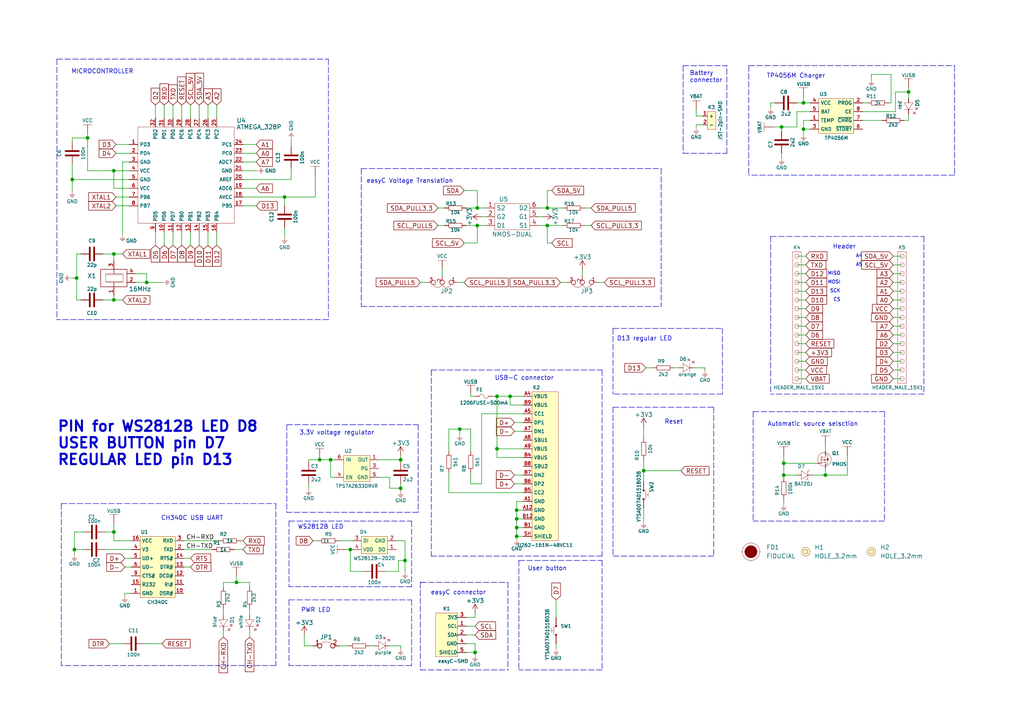
<source format=kicad_sch>
(kicad_sch (version 20211123) (generator eeschema)
  (paper "A4")
  (title_block (title "Dasduino CORE") (date "2021-08-26") (rev "V1.1.1.") (company "SOLDERED") (comment 1 "333037"))
  (lib_symbols
    (symbol "e-radionica.com schematics:0402LED" (pin_numbers hide) (pin_names (offset 0.254) hide)
      (property "Reference" "D" (at -0.635 2.54 0))
      (property "Value" "0402LED" (at 0 -2.54 0))
      (symbol "0402LED_1_1"
        (pin passive line (at -1.905 0 0) (length 1.27) (name "A") (number "1"))
        (pin passive line (at 2.54 0 180) (length 1.27) (name "K") (number "2"))
      )
    )
    (symbol "e-radionica.com schematics:0402LED_1" (pin_numbers hide) (pin_names (offset 0.254) hide)
      (property "Reference" "D" (at -0.635 2.54 0))
      (property "Value" "0402LED" (at 0 -2.54 0))
      (symbol "0402LED_1_1_1"
        (pin passive line (at -1.905 0 0) (length 1.27) (name "A") (number "1"))
        (pin passive line (at 2.54 0 180) (length 1.27) (name "K") (number "2"))
      )
    )
    (symbol "e-radionica.com schematics:0402LED_3" (pin_numbers hide) (pin_names (offset 0.254) hide)
      (property "Reference" "D" (at -0.635 2.54 0))
      (property "Value" "0402LED" (at 0 -2.54 0))
      (symbol "0402LED_3_1_1"
        (pin passive line (at -1.905 0 0) (length 1.27) (name "A") (number "1"))
        (pin passive line (at 2.54 0 180) (length 1.27) (name "K") (number "2"))
      )
    )
    (symbol "e-radionica.com schematics:0402R" (pin_numbers hide) (pin_names (offset 0.254))
      (property "Reference" "R" (at -1.905 1.27 0))
      (property "Value" "0402R" (at 0 -1.27 0))
      (symbol "0402R_1_1"
        (pin passive line (at -3.175 0 0) (length 1.27) (name "~") (number "1"))
        (pin passive line (at 3.175 0 180) (length 1.27) (name "~") (number "2"))
      )
    )
    (symbol "e-radionica.com schematics:0402R_1" (pin_numbers hide) (pin_names (offset 0.254))
      (property "Reference" "R" (at -1.905 1.27 0))
      (property "Value" "0402R" (at 0 -1.27 0))
      (symbol "0402R_1_1_1"
        (pin passive line (at -3.175 0 0) (length 1.27) (name "~") (number "1"))
        (pin passive line (at 3.175 0 180) (length 1.27) (name "~") (number "2"))
      )
    )
    (symbol "e-radionica.com schematics:0402R_2" (pin_numbers hide) (pin_names (offset 0.254))
      (property "Reference" "R" (at -1.905 1.27 0))
      (property "Value" "0402R" (at 0 -1.27 0))
      (symbol "0402R_2_1_1"
        (pin passive line (at -3.175 0 0) (length 1.27) (name "~") (number "1"))
        (pin passive line (at 3.175 0 180) (length 1.27) (name "~") (number "2"))
      )
    )
    (symbol "e-radionica.com schematics:0603C" (pin_numbers hide) (pin_names (offset 0.002))
      (property "Reference" "C" (at -0.635 3.175 0))
      (property "Value" "0603C" (at 0 -3.175 0))
      (symbol "0603C_1_1"
        (pin passive line (at -3.175 0 0) (length 2.54) (name "~") (number "1"))
        (pin passive line (at 3.175 0 180) (length 2.54) (name "~") (number "2"))
      )
    )
    (symbol "e-radionica.com schematics:0603C_4" (pin_numbers hide) (pin_names (offset 0.002))
      (property "Reference" "C" (at -0.635 3.175 0))
      (property "Value" "0603C" (at 0 -3.175 0))
      (symbol "0603C_4_1_1"
        (pin passive line (at -3.175 0 0) (length 2.54) (name "~") (number "1"))
        (pin passive line (at 3.175 0 180) (length 2.54) (name "~") (number "2"))
      )
    )
    (symbol "e-radionica.com schematics:0603C_5" (pin_numbers hide) (pin_names (offset 0.002))
      (property "Reference" "C" (at -0.635 3.175 0))
      (property "Value" "0603C" (at 0 -3.175 0))
      (symbol "0603C_5_1_1"
        (pin passive line (at -3.175 0 0) (length 2.54) (name "~") (number "1"))
        (pin passive line (at 3.175 0 180) (length 2.54) (name "~") (number "2"))
      )
    )
    (symbol "e-radionica.com schematics:0603R" (pin_numbers hide) (pin_names (offset 0.254))
      (property "Reference" "R" (at -1.905 1.905 0))
      (property "Value" "0603R" (at 0 -1.905 0))
      (symbol "0603R_1_1"
        (pin passive line (at -3.175 0 0) (length 1.27) (name "~") (number "1"))
        (pin passive line (at 3.175 0 180) (length 1.27) (name "~") (number "2"))
      )
    )
    (symbol "e-radionica.com schematics:0603R_1" (pin_numbers hide) (pin_names (offset 0.254))
      (property "Reference" "R" (at -1.905 1.905 0))
      (property "Value" "0603R" (at 0 -1.905 0))
      (symbol "0603R_1_1_1"
        (pin passive line (at -3.175 0 0) (length 1.27) (name "~") (number "1"))
        (pin passive line (at 3.175 0 180) (length 1.27) (name "~") (number "2"))
      )
    )
    (symbol "e-radionica.com schematics:0603R_2" (pin_numbers hide) (pin_names (offset 0.254))
      (property "Reference" "R" (at -1.905 1.905 0))
      (property "Value" "0603R" (at 0 -1.905 0))
      (symbol "0603R_2_1_1"
        (pin passive line (at -3.175 0 0) (length 1.27) (name "~") (number "1"))
        (pin passive line (at 3.175 0 180) (length 1.27) (name "~") (number "2"))
      )
    )
    (symbol "e-radionica.com schematics:0603R_3" (pin_numbers hide) (pin_names (offset 0.254))
      (property "Reference" "R" (at -1.905 1.905 0))
      (property "Value" "0603R" (at 0 -1.905 0))
      (symbol "0603R_3_1_1"
        (pin passive line (at -3.175 0 0) (length 1.27) (name "~") (number "1"))
        (pin passive line (at 3.175 0 180) (length 1.27) (name "~") (number "2"))
      )
    )
    (symbol "e-radionica.com schematics:0603R_4" (pin_numbers hide) (pin_names (offset 0.254))
      (property "Reference" "R" (at -1.905 1.905 0))
      (property "Value" "0603R" (at 0 -1.905 0))
      (symbol "0603R_4_1_1"
        (pin passive line (at -3.175 0 0) (length 1.27) (name "~") (number "1"))
        (pin passive line (at 3.175 0 180) (length 1.27) (name "~") (number "2"))
      )
    )
    (symbol "e-radionica.com schematics:0603R_5" (pin_numbers hide) (pin_names (offset 0.254))
      (property "Reference" "R" (at -1.905 1.905 0))
      (property "Value" "0603R" (at 0 -1.905 0))
      (symbol "0603R_5_1_1"
        (pin passive line (at -3.175 0 0) (length 1.27) (name "~") (number "1"))
        (pin passive line (at 3.175 0 180) (length 1.27) (name "~") (number "2"))
      )
    )
    (symbol "e-radionica.com schematics:1206FUSE" (pin_numbers hide) (pin_names hide)
      (property "Reference" "F" (at -1.27 1.905 0))
      (property "Value" "1206FUSE" (at 0 -1.905 0))
      (symbol "1206FUSE_1_1"
        (pin passive line (at -2.54 0 0) (length 1.27) (name "~") (number "1"))
        (pin passive line (at 2.54 0 180) (length 1.27) (name "~") (number "2"))
      )
    )
    (symbol "e-radionica.com schematics:ATMEGA_328P"
      (property "Reference" "U" (at -12.7 15.24 0))
      (property "Value" "ATMEGA_328P" (at 0 -25.4 0))
      (symbol "ATMEGA_328P_1_1"
        (pin input line (at -16.51 8.89 0) (length 2.54) (name "PD3") (number "1"))
        (pin input line (at -6.35 -16.51 90) (length 2.54) (name "PD6") (number "10"))
        (pin input line (at -3.81 -16.51 90) (length 2.54) (name "PD7") (number "11"))
        (pin input line (at -1.27 -16.51 90) (length 2.54) (name "PB0") (number "12"))
        (pin input line (at 1.27 -16.51 90) (length 2.54) (name "PB1") (number "13"))
        (pin input line (at 3.81 -16.51 90) (length 2.54) (name "PB2") (number "14"))
        (pin input line (at 6.35 -16.51 90) (length 2.54) (name "PB3") (number "15"))
        (pin input line (at 8.89 -16.51 90) (length 2.54) (name "PB4") (number "16"))
        (pin input line (at 16.51 -8.89 180) (length 2.54) (name "PB5") (number "17"))
        (pin input line (at 16.51 -6.35 180) (length 2.54) (name "AVCC") (number "18"))
        (pin input line (at 16.51 -3.81 180) (length 2.54) (name "ADC6") (number "19"))
        (pin input line (at -16.51 6.35 0) (length 2.54) (name "PD4") (number "2"))
        (pin input line (at 16.51 -1.27 180) (length 2.54) (name "AREF") (number "20"))
        (pin passive line (at 16.51 1.27 180) (length 2.54) (name "GND") (number "21"))
        (pin input line (at 16.51 3.81 180) (length 2.54) (name "ADC7") (number "22"))
        (pin input line (at 16.51 6.35 180) (length 2.54) (name "PC0") (number "23"))
        (pin input line (at 16.51 8.89 180) (length 2.54) (name "PC1") (number "24"))
        (pin input line (at 8.89 16.51 270) (length 2.54) (name "PC2") (number "25"))
        (pin input line (at 6.35 16.51 270) (length 2.54) (name "PC3") (number "26"))
        (pin input line (at 3.81 16.51 270) (length 2.54) (name "PC4") (number "27"))
        (pin input line (at 1.27 16.51 270) (length 2.54) (name "PC5") (number "28"))
        (pin input line (at -1.27 16.51 270) (length 2.54) (name "PC6") (number "29"))
        (pin passive line (at -16.51 3.81 0) (length 2.54) (name "GND") (number "3"))
        (pin input line (at -3.81 16.51 270) (length 2.54) (name "PD0") (number "30"))
        (pin input line (at -6.35 16.51 270) (length 2.54) (name "PD1") (number "31"))
        (pin input line (at -8.89 16.51 270) (length 2.54) (name "PD2") (number "32"))
        (pin input line (at -16.51 1.27 0) (length 2.54) (name "VCC") (number "4"))
        (pin passive line (at -16.51 -1.27 0) (length 2.54) (name "GND") (number "5"))
        (pin input line (at -16.51 -3.81 0) (length 2.54) (name "VCC") (number "6"))
        (pin input line (at -16.51 -6.35 0) (length 2.54) (name "PB6") (number "7"))
        (pin input line (at -16.51 -8.89 0) (length 2.54) (name "PB7") (number "8"))
        (pin input line (at -8.89 -16.51 90) (length 2.54) (name "PD5") (number "9"))
      )
    )
    (symbol "e-radionica.com schematics:BAT20J" (pin_numbers hide) (pin_names hide)
      (property "Reference" "D" (at 0 2.54 0))
      (property "Value" "BAT20J" (at 0 -2.54 0))
      (symbol "BAT20J_1_1"
        (pin passive line (at -1.905 0 0) (length 1.27) (name "A") (number "1"))
        (pin passive line (at 2.54 0 180) (length 1.27) (name "K") (number "2"))
      )
    )
    (symbol "e-radionica.com schematics:CH340C"
      (property "Reference" "U" (at -3.81 10.16 0))
      (property "Value" "CH340C" (at 0 -10.16 0))
      (symbol "CH340C_1_1"
        (pin passive line (at -7.62 -7.62 0) (length 2.54) (name "GND") (number "1"))
        (pin passive line (at 7.62 -7.62 180) (length 2.54) (name "DSR#") (number "10"))
        (pin passive line (at 7.62 -5.08 180) (length 2.54) (name "RI#") (number "11"))
        (pin passive line (at 7.62 -2.54 180) (length 2.54) (name "DCD#") (number "12"))
        (pin passive line (at 7.62 0 180) (length 2.54) (name "DTR#") (number "13"))
        (pin passive line (at 7.62 2.54 180) (length 2.54) (name "RTS#") (number "14"))
        (pin passive line (at -7.62 -5.08 0) (length 2.54) (name "R232") (number "15"))
        (pin passive line (at -7.62 7.62 0) (length 2.54) (name "VCC") (number "16"))
        (pin passive line (at 7.62 5.08 180) (length 2.54) (name "TXD") (number "2"))
        (pin passive line (at 7.62 7.62 180) (length 2.54) (name "RXD") (number "3"))
        (pin passive line (at -7.62 5.08 0) (length 2.54) (name "V3") (number "4"))
        (pin passive line (at -7.62 2.54 0) (length 2.54) (name "UD+") (number "5"))
        (pin passive line (at -7.62 0 0) (length 2.54) (name "UD-") (number "6"))
        (pin passive line (at -7.62 -2.54 0) (length 2.54) (name "CTS#") (number "9"))
      )
    )
    (symbol "e-radionica.com schematics:CRYSTAL_3225_4_PAD"
      (property "Reference" "X" (at 0 7.112 0))
      (property "Value" "CRYSTAL_3225_4_PAD" (at 0 5.334 0))
      (symbol "CRYSTAL_3225_4_PAD_1_1"
        (pin passive line (at -5.08 0 0) (length 2.54) (name "") (number "1"))
        (pin power_in line (at -1.27 -6.35 90) (length 2.54) (name "") (number "2"))
        (pin output line (at 5.08 0 180) (length 2.54) (name "") (number "3"))
        (pin power_in line (at 1.27 -6.35 90) (length 2.54) (name "") (number "4"))
      )
    )
    (symbol "e-radionica.com schematics:FIDUCIAL" (in_bom no)
      (property "Reference" "FD" (at 0 3.81 0))
      (property "Value" "FIDUCIAL" (at 0 -3.81 0))
    )
    (symbol "e-radionica.com schematics:GND" (power) (pin_names (offset 0))
      (property "Value" "GND" (at 0 -2.921 0))
      (symbol "GND_1_1"
        (pin power_in line (at 0 0 270) (length 0) hide (name "GND") (number "1"))
      )
    )
    (symbol "e-radionica.com schematics:GND_1" (power) (pin_names (offset 0))
      (property "Value" "GND" (at 0 -2.921 0))
      (symbol "GND_1_1_1"
        (pin power_in line (at 0 0 270) (length 0) hide (name "GND") (number "1"))
      )
    )
    (symbol "e-radionica.com schematics:GND_2" (power) (pin_names (offset 0))
      (property "Value" "GND" (at 0 -2.921 0))
      (symbol "GND_2_1_1"
        (pin power_in line (at 0 0 270) (length 0) hide (name "GND") (number "1"))
      )
    )
    (symbol "e-radionica.com schematics:GND_3" (power) (pin_names (offset 0))
      (property "Value" "GND" (at 0 -2.921 0))
      (symbol "GND_3_1_1"
        (pin power_in line (at 0 0 270) (length 0) hide (name "GND") (number "1"))
      )
    )
    (symbol "e-radionica.com schematics:GND_4" (power) (pin_names (offset 0))
      (property "Value" "GND" (at 0 -2.921 0))
      (symbol "GND_4_1_1"
        (pin power_in line (at 0 0 270) (length 0) hide (name "GND") (number "1"))
      )
    )
    (symbol "e-radionica.com schematics:GND_5" (power) (pin_names (offset 0))
      (property "Value" "GND" (at 0 -2.921 0))
      (symbol "GND_5_1_1"
        (pin power_in line (at 0 0 270) (length 0) hide (name "GND") (number "1"))
      )
    )
    (symbol "e-radionica.com schematics:GND_7" (power) (pin_names (offset 0))
      (property "Value" "GND" (at 0 -2.921 0))
      (symbol "GND_7_1_1"
        (pin power_in line (at 0 0 270) (length 0) hide (name "GND") (number "1"))
      )
    )
    (symbol "e-radionica.com schematics:GND_8" (power) (pin_names (offset 0))
      (property "Value" "GND" (at 0 -2.921 0))
      (symbol "GND_8_1_1"
        (pin power_in line (at 0 0 270) (length 0) hide (name "GND") (number "1"))
      )
    )
    (symbol "e-radionica.com schematics:HEADER_MALE_15X1" (pin_numbers hide) (pin_names hide)
      (property "Reference" "K" (at -0.635 20.32 0))
      (property "Value" "HEADER_MALE_15X1" (at 1.27 -20.32 0))
      (symbol "HEADER_MALE_15X1_1_1"
        (pin passive line (at 0 -17.78 180) (length 0) (name "~") (number "1"))
        (pin passive line (at 0 5.08 180) (length 0) (name "~") (number "10"))
        (pin passive line (at 0 7.62 180) (length 0) (name "~") (number "11"))
        (pin passive line (at 0 10.16 180) (length 0) (name "~") (number "12"))
        (pin passive line (at 0 12.7 180) (length 0) (name "~") (number "13"))
        (pin passive line (at 0 15.24 180) (length 0) (name "~") (number "14"))
        (pin passive line (at 0 17.78 180) (length 0) (name "~") (number "15"))
        (pin passive line (at 0 -15.24 180) (length 0) (name "~") (number "2"))
        (pin passive line (at 0 -12.7 180) (length 0) (name "~") (number "3"))
        (pin passive line (at 0 -10.16 180) (length 0) (name "~") (number "4"))
        (pin passive line (at 0 -7.62 180) (length 0) (name "~") (number "5"))
        (pin passive line (at 0 -5.08 180) (length 0) (name "~") (number "6"))
        (pin passive line (at 0 -2.54 180) (length 0) (name "~") (number "7"))
        (pin passive line (at 0 0 180) (length 0) (name "~") (number "8"))
        (pin passive line (at 0 2.54 180) (length 0) (name "~") (number "9"))
      )
    )
    (symbol "e-radionica.com schematics:HOLE_3.2mm" (pin_numbers hide) (pin_names hide)
      (property "Reference" "H" (at 0 2.54 0))
      (property "Value" "HOLE_3.2mm" (at 0 -2.54 0))
    )
    (symbol "e-radionica.com schematics:JST-2pin-SMD"
      (property "Reference" "K" (at -1.27 5.08 0))
      (property "Value" "JST-2pin-SMD" (at 0 -2.54 0))
      (symbol "JST-2pin-SMD_1_1"
        (pin passive line (at 1.27 0 180) (length 1.27) (name "+") (number "1"))
        (pin passive line (at 1.27 2.54 180) (length 1.27) (name "-") (number "2"))
      )
    )
    (symbol "e-radionica.com schematics:NMOS-DUAL"
      (property "Reference" "U" (at -3.81 5.08 0))
      (property "Value" "NMOS-DUAL" (at 0 -5.08 0))
      (symbol "NMOS-DUAL_1_1"
        (pin input line (at -7.62 2.54 0) (length 2.54) (name "S2") (number "1"))
        (pin input line (at -7.62 0 0) (length 2.54) (name "G2") (number "2"))
        (pin input line (at -7.62 -2.54 0) (length 2.54) (name "D1") (number "3"))
        (pin input line (at 7.62 -2.54 180) (length 2.54) (name "S1") (number "4"))
        (pin input line (at 7.62 0 180) (length 2.54) (name "G1") (number "5"))
        (pin input line (at 7.62 2.54 180) (length 2.54) (name "D2") (number "6"))
      )
    )
    (symbol "e-radionica.com schematics:PMOS-SOT-23-3" (pin_numbers hide) (pin_names hide)
      (property "Reference" "Q" (at -0.762 3.302 0))
      (property "Value" "PMOS-SOT-23-3" (at 0.381 -4.064 0))
      (symbol "PMOS-SOT-23-3_1_1"
        (pin passive line (at -1.27 -1.016 0) (length 1.27) (name "G") (number "1"))
        (pin passive line (at 1.27 -2.54 90) (length 1.27) (name "S") (number "2"))
        (pin passive line (at 1.27 2.54 270) (length 1.27) (name "D") (number "3"))
      )
    )
    (symbol "e-radionica.com schematics:SMD-JUMPER-CONNECTED_TRACE_SLODERMASK"
      (property "Reference" "JP" (at 0 3.556 0))
      (property "Value" "SMD-JUMPER-CONNECTED_TRACE_SLODERMASK" (at 0 -2.54 0))
      (symbol "SMD-JUMPER-CONNECTED_TRACE_SLODERMASK_1_1"
        (pin passive inverted (at -4.064 0 0) (length 2.54) (name "") (number "1"))
        (pin passive inverted (at 3.556 0 180) (length 2.54) (name "") (number "2"))
      )
    )
    (symbol "e-radionica.com schematics:SMD_JUMPER_3_PAD_TRACE"
      (property "Reference" "JP" (at 0.0254 5.461 0))
      (property "Value" "SMD_JUMPER_3_PAD_TRACE" (at 0.3048 -4.572 0))
      (symbol "SMD_JUMPER_3_PAD_TRACE_1_1"
        (pin passive inverted (at -4.5212 -0.0254 0) (length 2.54) (name "") (number "1"))
        (pin passive inverted (at 0.0254 -1.9304 90) (length 2.54) (name "") (number "2"))
        (pin passive inverted (at 4.4704 0 180) (length 2.54) (name "") (number "3"))
      )
    )
    (symbol "e-radionica.com schematics:TP4056M"
      (property "Reference" "U" (at -3.81 5.08 0))
      (property "Value" "TP4056M" (at 0 -7.62 0))
      (symbol "TP4056M_1_1"
        (pin passive line (at -7.62 -2.54 0) (length 2.54) (name "TEMP") (number "1"))
        (pin passive line (at 7.62 2.54 180) (length 2.54) (name "PROG") (number "2"))
        (pin passive line (at -7.62 -5.08 0) (length 2.54) (name "GND") (number "3"))
        (pin passive line (at -7.62 2.54 0) (length 2.54) (name "VCC") (number "4"))
        (pin passive line (at -7.62 0 0) (length 2.54) (name "BAT") (number "5"))
        (pin passive line (at 7.62 -5.08 180) (length 2.54) (name "~{STDBY}") (number "6"))
        (pin passive line (at 7.62 -2.54 180) (length 2.54) (name "~{CHRG}") (number "7"))
        (pin passive line (at 7.62 0 180) (length 2.54) (name "CE") (number "8"))
      )
    )
    (symbol "e-radionica.com schematics:TPS7A2633DRVR"
      (property "Reference" "U" (at -3.175 5.08 0))
      (property "Value" "TPS7A2633DRVR" (at 0 -5.08 0))
      (symbol "TPS7A2633DRVR_1_1"
        (pin passive line (at 6.35 2.54 180) (length 2.54) (name "OUT") (number "1"))
        (pin passive line (at 6.35 0 180) (length 2.54) (name "PG") (number "3"))
        (pin passive line (at -6.35 -2.54 0) (length 2.54) (name "EN") (number "4"))
        (pin passive line (at 6.35 -2.54 180) (length 2.54) (name "GND") (number "5"))
        (pin passive line (at -6.35 2.54 0) (length 2.54) (name "IN") (number "6"))
      )
    )
    (symbol "e-radionica.com schematics:U262-161N-4BVC11"
      (property "Reference" "K" (at 0 22.86 0))
      (property "Value" "U262-161N-4BVC11" (at 2.54 -22.86 0))
      (symbol "U262-161N-4BVC11_1_1"
        (pin passive line (at -3.81 -10.16 0) (length 2.54) (name "GND") (number "A1"))
        (pin passive line (at -3.81 -12.7 0) (length 2.54) (name "GND") (number "A12"))
        (pin passive line (at -3.81 20.32 0) (length 2.54) (name "VBUS") (number "A4"))
        (pin passive line (at -3.81 15.24 0) (length 2.54) (name "CC1") (number "A5"))
        (pin passive line (at -3.81 12.7 0) (length 2.54) (name "DP1") (number "A6"))
        (pin passive line (at -3.81 10.16 0) (length 2.54) (name "DN1") (number "A7"))
        (pin passive line (at -3.81 7.62 0) (length 2.54) (name "SBU1") (number "A8"))
        (pin passive line (at -3.81 5.08 0) (length 2.54) (name "VBUS") (number "A9"))
        (pin passive line (at -3.81 -17.78 0) (length 2.54) (name "GND") (number "B1"))
        (pin passive line (at -3.81 -15.24 0) (length 2.54) (name "GND") (number "B12"))
        (pin passive line (at -3.81 2.54 0) (length 2.54) (name "VBUS") (number "B4"))
        (pin passive line (at -3.81 -7.62 0) (length 2.54) (name "CC2") (number "B5"))
        (pin passive line (at -3.81 -5.08 0) (length 2.54) (name "DP2") (number "B6"))
        (pin passive line (at -3.81 -2.54 0) (length 2.54) (name "DN2") (number "B7"))
        (pin passive line (at -3.81 0 0) (length 2.54) (name "SBU2") (number "B8"))
        (pin passive line (at -3.81 17.78 0) (length 2.54) (name "VBUS") (number "B9"))
        (pin passive line (at -3.81 -20.32 0) (length 2.54) (name "SHIELD") (number "SH"))
      )
    )
    (symbol "e-radionica.com schematics:VBAT" (power) (pin_names (offset 0))
      (property "Value" "VBAT" (at 0 3.556 0))
      (symbol "VBAT_1_1"
        (pin power_in line (at 0 0 90) (length 0) hide (name "VBAT") (number "1"))
      )
    )
    (symbol "e-radionica.com schematics:VCC" (power) (pin_names (offset 0))
      (property "Value" "VCC" (at 0 3.556 0))
      (symbol "VCC_1_1"
        (pin power_in line (at 0 0 90) (length 0) hide (name "VCC") (number "1"))
      )
    )
    (symbol "e-radionica.com schematics:VUSB" (power) (pin_names (offset 0))
      (property "Value" "VUSB" (at 0 3.556 0))
      (symbol "VUSB_1_1"
        (pin power_in line (at 0 0 90) (length 0) hide (name "VUSB") (number "1"))
      )
    )
    (symbol "e-radionica.com schematics:VUSB_1" (power) (pin_names (offset 0))
      (property "Value" "VUSB" (at 0 3.556 0))
      (symbol "VUSB_1_1_1"
        (pin power_in line (at 0 0 90) (length 0) hide (name "VUSB") (number "1"))
      )
    )
    (symbol "e-radionica.com schematics:VUSB_2" (power) (pin_names (offset 0))
      (property "Value" "VUSB" (at 0 3.556 0))
      (symbol "VUSB_2_1_1"
        (pin power_in line (at 0 0 90) (length 0) hide (name "VUSB") (number "1"))
      )
    )
    (symbol "e-radionica.com schematics:VUSB_3" (power) (pin_names (offset 0))
      (property "Value" "VUSB" (at 0 3.556 0))
      (symbol "VUSB_3_1_1"
        (pin power_in line (at 0 0 90) (length 0) hide (name "VUSB") (number "1"))
      )
    )
    (symbol "e-radionica.com schematics:VUSB_4" (power) (pin_names (offset 0))
      (property "Value" "VUSB" (at 0 3.556 0))
      (symbol "VUSB_4_1_1"
        (pin power_in line (at 0 0 90) (length 0) hide (name "VUSB") (number "1"))
      )
    )
    (symbol "e-radionica.com schematics:WS2812B-2020"
      (property "Reference" "D" (at -2.54 3.81 0))
      (property "Value" "WS2812B-2020" (at 0 -3.81 0))
      (symbol "WS2812B-2020_1_1"
        (pin passive line (at 6.35 -1.27 180) (length 2.54) (name "DO") (number "1"))
        (pin passive line (at 6.35 1.27 180) (length 2.54) (name "GND") (number "2"))
        (pin passive line (at -6.35 1.27 0) (length 2.54) (name "DI") (number "3"))
        (pin passive line (at -6.35 -1.27 0) (length 2.54) (name "VDD") (number "4"))
      )
    )
    (symbol "e-radionica.com schematics:YTSA007A0151803B" (pin_numbers hide) (pin_names hide)
      (property "Reference" "SW" (at -1.016 2.286 0))
      (property "Value" "YTSA007A0151803B" (at 1.778 -2.032 0))
      (symbol "YTSA007A0151803B_1_1"
        (pin passive line (at -2.54 0 0) (length 2.54) (name "~") (number "1"))
        (pin passive line (at 5.08 0 180) (length 2.54) (name "~") (number "2"))
      )
    )
    (symbol "e-radionica.com schematics:easyC-SMD" (pin_names (offset 0.002))
      (property "Reference" "K" (at -2.54 10.16 0))
      (property "Value" "easyC-SMD" (at 0 -5.08 0))
      (symbol "easyC-SMD_1_1"
        (pin passive line (at 5.715 5.08 180) (length 2.54) (name "SCL") (number "1"))
        (pin passive line (at 5.715 2.54 180) (length 2.54) (name "SDA") (number "2"))
        (pin passive line (at 5.715 7.62 180) (length 2.54) (name "3V3") (number "3"))
        (pin passive line (at 5.715 0 180) (length 2.54) (name "GND") (number "4"))
        (pin passive line (at 5.715 -2.54 180) (length 2.54) (name "SHIELD") (number "5"))
      )
    )
    (symbol "power:+3V3" (power) (pin_names (offset 0))
      (property "Value" "+3V3" (at 0 3.556 0))
      (symbol "+3V3_1_1"
        (pin power_in line (at 0 0 90) (length 0) hide (name "+3V3") (number "1"))
      )
    )
  )
  (junction (at 33.02 49.53) (diameter 0.9144))
  (junction (at 133.35 124.46) (diameter 0.9144))
  (junction (at 116.205 133.35) (diameter 0.9144))
  (junction (at 149.86 153.035) (diameter 0.9144))
  (junction (at 158.75 60.325) (diameter 0.9144))
  (junction (at 158.75 65.405) (diameter 0.9144))
  (junction (at 233.045 29.845) (diameter 0.9144))
  (junction (at 233.045 37.465) (diameter 0.9144))
  (junction (at 20.955 52.07) (diameter 0.9144))
  (junction (at 117.475 162.56) (diameter 0.9144))
  (junction (at 116.205 141.605) (diameter 0.9144))
  (junction (at 227.33 134.366) (diameter 0.9144))
  (junction (at 227.33 137.795) (diameter 0.9144))
  (junction (at 144.145 114.935) (diameter 0.9144))
  (junction (at 147.955 114.935) (diameter 0.9144))
  (junction (at 33.02 86.995) (diameter 0.9144))
  (junction (at 138.43 65.405) (diameter 0.9144))
  (junction (at 149.86 155.575) (diameter 0.9144))
  (junction (at 263.525 26.67) (diameter 0.9144))
  (junction (at 33.02 73.66) (diameter 0.9144))
  (junction (at 101.6 159.385) (diameter 0.9144))
  (junction (at 22.225 80.645) (diameter 0.9144))
  (junction (at 92.71 133.35) (diameter 0.9144))
  (junction (at 95.885 133.35) (diameter 0.9144))
  (junction (at 149.86 150.495) (diameter 0.9144))
  (junction (at 226.695 36.83) (diameter 0.9144))
  (junction (at 25.4 40.005) (diameter 0.9144))
  (junction (at 149.86 147.955) (diameter 0.9144))
  (junction (at 68.58 168.91) (diameter 0.9144))
  (junction (at 239.395 137.795) (diameter 0.9144))
  (junction (at 186.69 136.525) (diameter 0.9144))
  (junction (at 137.795 189.23) (diameter 0.9144))
  (junction (at 21.59 159.385) (diameter 0.9144))
  (junction (at 42.545 81.915) (diameter 0.9144))
  (junction (at 33.02 154.305) (diameter 0.9144))
  (junction (at 82.55 57.15) (diameter 0.9144))
  (junction (at 138.43 60.325) (diameter 0.9144))
  (junction (at 144.145 130.175) (diameter 0.9144))
  (polyline (pts (xy 256.54 119.38) (xy 256.54 151.13)) (stroke (width 0) (type dash)))
  (wire (pts (xy 149.86 155.575) (xy 149.86 156.21)))
  (wire (pts (xy 62.865 30.48) (xy 62.865 34.29)))
  (wire (pts (xy 138.43 60.325) (xy 140.97 60.325)))
  (wire (pts (xy 57.785 30.48) (xy 57.785 34.29)))
  (polyline (pts (xy 218.44 119.38) (xy 218.44 151.13)) (stroke (width 0) (type dash)))
  (wire (pts (xy 132.7912 81.8896) (xy 134.62 81.8896)))
  (wire (pts (xy 234.95 37.465) (xy 233.045 37.465)))
  (polyline (pts (xy 17.78 146.05) (xy 17.78 193.04)) (stroke (width 0) (type dash)))
  (wire (pts (xy 22.225 73.66) (xy 23.495 73.66)))
  (wire (pts (xy 136.525 140.335) (xy 139.7 140.335)))
  (wire (pts (xy 116.205 132.08) (xy 116.205 133.35)))
  (wire (pts (xy 24.13 159.385) (xy 21.59 159.385)))
  (wire (pts (xy 64.77 182.88) (xy 64.77 184.785)))
  (wire (pts (xy 105.41 165.735) (xy 101.6 165.735)))
  (wire (pts (xy 127 60.325) (xy 128.905 60.325)))
  (wire (pts (xy 149.86 145.415) (xy 149.86 147.955)))
  (wire (pts (xy 36.195 172.085) (xy 36.195 172.72)))
  (wire (pts (xy 203.835 33.655) (xy 201.93 33.655)))
  (wire (pts (xy 142.875 114.935) (xy 144.145 114.935)))
  (wire (pts (xy 64.77 176.53) (xy 64.77 178.435)))
  (wire (pts (xy 139.7 140.335) (xy 139.7 120.015)))
  (wire (pts (xy 234.95 32.385) (xy 231.14 32.385)))
  (wire (pts (xy 70.485 41.91) (xy 74.295 41.91)))
  (wire (pts (xy 33.02 49.53) (xy 37.465 49.53)))
  (wire (pts (xy 33.02 54.61) (xy 33.02 49.53)))
  (wire (pts (xy 37.465 54.61) (xy 33.02 54.61)))
  (polyline (pts (xy 147.32 168.91) (xy 147.32 194.31)) (stroke (width 0) (type dash)))
  (wire (pts (xy 50.165 30.48) (xy 50.165 34.29)))
  (wire (pts (xy 201.93 33.655) (xy 201.93 31.75)))
  (polyline (pts (xy 104.775 48.895) (xy 191.77 48.895)) (stroke (width 0) (type dash)))
  (wire (pts (xy 259.08 102.235) (xy 261.62 102.235)))
  (polyline (pts (xy 104.775 48.895) (xy 104.775 88.9)) (stroke (width 0) (type dash)))
  (wire (pts (xy 30.48 159.385) (xy 38.1 159.385)))
  (wire (pts (xy 263.525 26.67) (xy 263.525 28.575)))
  (polyline (pts (xy 217.17 19.05) (xy 276.86 19.05)) (stroke (width 0) (type dash)))
  (polyline (pts (xy 198.12 19.05) (xy 198.12 44.45)) (stroke (width 0) (type dash)))
  (wire (pts (xy 25.4 49.53) (xy 33.02 49.53)))
  (wire (pts (xy 64.77 170.18) (xy 64.77 168.91)))
  (polyline (pts (xy 83.185 123.19) (xy 83.185 148.59)) (stroke (width 0) (type dash)))
  (wire (pts (xy 259.08 94.615) (xy 261.62 94.615)))
  (wire (pts (xy 25.4 38.735) (xy 25.4 40.005)))
  (wire (pts (xy 25.4 40.005) (xy 25.4 49.53)))
  (wire (pts (xy 168.8846 79.9846) (xy 168.8846 78.105)))
  (wire (pts (xy 233.045 37.465) (xy 233.045 38.735)))
  (wire (pts (xy 116.205 133.35) (xy 116.205 133.985)))
  (polyline (pts (xy 83.82 173.99) (xy 83.82 193.04)) (stroke (width 0) (type dash)))
  (wire (pts (xy 37.465 57.15) (xy 33.655 57.15)))
  (wire (pts (xy 226.695 36.83) (xy 231.14 36.83)))
  (wire (pts (xy 21.59 159.385) (xy 21.59 160.655)))
  (wire (pts (xy 74.295 59.69) (xy 70.485 59.69)))
  (wire (pts (xy 144.145 130.175) (xy 151.765 130.175)))
  (wire (pts (xy 149.225 125.095) (xy 151.765 125.095)))
  (wire (pts (xy 72.39 176.53) (xy 72.39 178.435)))
  (wire (pts (xy 259.08 104.775) (xy 261.62 104.775)))
  (wire (pts (xy 136.525 124.46) (xy 136.525 130.81)))
  (wire (pts (xy 135.255 184.15) (xy 137.795 184.15)))
  (wire (pts (xy 29.845 73.66) (xy 33.02 73.66)))
  (wire (pts (xy 33.02 73.66) (xy 35.56 73.66)))
  (wire (pts (xy 231.14 84.455) (xy 233.68 84.455)))
  (wire (pts (xy 53.34 161.925) (xy 55.245 161.925)))
  (wire (pts (xy 114.935 156.845) (xy 117.475 156.845)))
  (polyline (pts (xy 174.625 194.31) (xy 150.495 194.31)) (stroke (width 0) (type dash)))
  (wire (pts (xy 33.02 154.305) (xy 33.02 151.765)))
  (wire (pts (xy 135.255 181.61) (xy 137.795 181.61)))
  (wire (pts (xy 20.955 47.625) (xy 20.955 52.07)))
  (wire (pts (xy 173.4312 81.8896) (xy 173.4312 81.915)))
  (wire (pts (xy 231.14 99.695) (xy 233.68 99.695)))
  (wire (pts (xy 90.805 156.845) (xy 92.075 156.845)))
  (polyline (pts (xy 223.52 68.58) (xy 267.97 68.58)) (stroke (width 0) (type dash)))
  (wire (pts (xy 135.255 60.325) (xy 138.43 60.325)))
  (wire (pts (xy 186.69 136.525) (xy 197.485 136.525)))
  (wire (pts (xy 259.08 79.375) (xy 261.62 79.375)))
  (wire (pts (xy 227.33 144.78) (xy 227.33 146.05)))
  (wire (pts (xy 235.585 137.795) (xy 239.395 137.795)))
  (wire (pts (xy 250.19 29.845) (xy 251.46 29.845)))
  (wire (pts (xy 137.795 179.07) (xy 137.795 177.8)))
  (wire (pts (xy 169.545 60.325) (xy 171.45 60.325)))
  (wire (pts (xy 231.14 102.235) (xy 233.68 102.235)))
  (wire (pts (xy 38.1 156.845) (xy 33.02 156.845)))
  (wire (pts (xy 226.695 44.45) (xy 226.695 45.72)))
  (wire (pts (xy 259.715 26.67) (xy 263.525 26.67)))
  (wire (pts (xy 115.57 165.735) (xy 115.57 162.56)))
  (wire (pts (xy 95.885 133.35) (xy 92.71 133.35)))
  (wire (pts (xy 68.58 167.005) (xy 68.58 168.91)))
  (wire (pts (xy 136.525 137.16) (xy 136.525 140.335)))
  (wire (pts (xy 82.55 66.04) (xy 82.55 68.58)))
  (wire (pts (xy 134.62 55.245) (xy 138.43 55.245)))
  (wire (pts (xy 144.145 130.175) (xy 144.145 114.935)))
  (wire (pts (xy 227.33 134.366) (xy 236.855 134.366)))
  (wire (pts (xy 113.03 141.605) (xy 116.205 141.605)))
  (wire (pts (xy 231.14 86.995) (xy 233.68 86.995)))
  (wire (pts (xy 250.19 34.925) (xy 255.905 34.925)))
  (wire (pts (xy 203.835 36.195) (xy 201.93 36.195)))
  (wire (pts (xy 139.7 62.865) (xy 140.97 62.865)))
  (wire (pts (xy 50.165 71.12) (xy 50.165 67.31)))
  (polyline (pts (xy 80.01 146.05) (xy 80.01 193.04)) (stroke (width 0) (type dash)))
  (wire (pts (xy 258.445 29.845) (xy 258.445 21.59)))
  (wire (pts (xy 72.39 168.91) (xy 68.58 168.91)))
  (wire (pts (xy 134.62 70.485) (xy 138.43 70.485)))
  (wire (pts (xy 239.395 137.795) (xy 239.395 135.89)))
  (wire (pts (xy 97.155 138.43) (xy 95.885 138.43)))
  (wire (pts (xy 33.02 156.845) (xy 33.02 154.305)))
  (wire (pts (xy 121.92 81.915) (xy 123.7996 81.915)))
  (wire (pts (xy 149.86 147.955) (xy 149.86 150.495)))
  (wire (pts (xy 95.885 138.43) (xy 95.885 133.35)))
  (wire (pts (xy 60.325 71.12) (xy 60.325 67.31)))
  (wire (pts (xy 135.255 186.69) (xy 137.795 186.69)))
  (wire (pts (xy 24.13 154.305) (xy 21.59 154.305)))
  (wire (pts (xy 116.205 140.335) (xy 116.205 141.605)))
  (wire (pts (xy 69.85 156.845) (xy 70.485 156.845)))
  (wire (pts (xy 130.175 124.46) (xy 133.35 124.46)))
  (wire (pts (xy 201.295 106.68) (xy 204.47 106.68)))
  (wire (pts (xy 223.52 29.845) (xy 223.52 31.115)))
  (wire (pts (xy 231.14 79.375) (xy 233.68 79.375)))
  (wire (pts (xy 101.6 165.735) (xy 101.6 159.385)))
  (wire (pts (xy 161.29 186.69) (xy 161.29 187.96)))
  (wire (pts (xy 70.485 49.53) (xy 74.295 49.53)))
  (wire (pts (xy 250.19 32.385) (xy 259.715 32.385)))
  (polyline (pts (xy 119.38 193.04) (xy 83.82 193.04)) (stroke (width 0) (type dash)))
  (wire (pts (xy 41.91 186.69) (xy 46.99 186.69)))
  (wire (pts (xy 36.195 161.925) (xy 38.1 161.925)))
  (wire (pts (xy 52.705 71.12) (xy 52.705 67.31)))
  (wire (pts (xy 158.75 70.485) (xy 158.75 65.405)))
  (polyline (pts (xy 177.8 95.25) (xy 209.55 95.25)) (stroke (width 0) (type dash)))
  (wire (pts (xy 134.62 81.8896) (xy 134.62 81.915)))
  (wire (pts (xy 149.86 150.495) (xy 151.765 150.495)))
  (polyline (pts (xy 83.82 173.99) (xy 119.38 173.99)) (stroke (width 0) (type dash)))
  (wire (pts (xy 149.86 147.955) (xy 151.765 147.955)))
  (wire (pts (xy 231.14 32.385) (xy 231.14 36.83)))
  (wire (pts (xy 72.39 182.88) (xy 72.39 184.785)))
  (wire (pts (xy 245.745 132.08) (xy 245.745 137.795)))
  (polyline (pts (xy 95.25 17.145) (xy 95.25 92.71)) (stroke (width 0) (type dash)))
  (wire (pts (xy 263.525 25.4) (xy 263.525 26.67)))
  (wire (pts (xy 45.085 71.12) (xy 45.085 67.31)))
  (wire (pts (xy 127 65.405) (xy 128.905 65.405)))
  (wire (pts (xy 115.57 162.56) (xy 117.475 162.56)))
  (wire (pts (xy 147.955 114.935) (xy 151.765 114.935)))
  (wire (pts (xy 149.86 150.495) (xy 149.86 153.035)))
  (wire (pts (xy 263.525 34.925) (xy 263.525 33.02)))
  (wire (pts (xy 20.955 55.245) (xy 20.955 52.07)))
  (wire (pts (xy 137.795 189.23) (xy 137.795 189.865)))
  (polyline (pts (xy 121.285 123.19) (xy 121.285 148.59)) (stroke (width 0) (type dash)))
  (polyline (pts (xy 121.285 148.59) (xy 83.185 148.59)) (stroke (width 0) (type dash)))
  (wire (pts (xy 89.535 133.985) (xy 89.535 133.35)))
  (wire (pts (xy 239.395 137.795) (xy 245.745 137.795)))
  (wire (pts (xy 201.93 36.195) (xy 201.93 36.83)))
  (wire (pts (xy 151.765 132.715) (xy 144.145 132.715)))
  (wire (pts (xy 137.795 114.935) (xy 136.525 114.935)))
  (wire (pts (xy 227.33 137.795) (xy 231.14 137.795)))
  (polyline (pts (xy 174.625 107.315) (xy 174.625 161.29)) (stroke (width 0) (type dash)))
  (wire (pts (xy 111.76 165.735) (xy 115.57 165.735)))
  (wire (pts (xy 189.23 106.68) (xy 187.325 106.68)))
  (wire (pts (xy 89.535 140.335) (xy 89.535 141.605)))
  (polyline (pts (xy 177.8 118.11) (xy 177.8 161.29)) (stroke (width 0) (type dash)))
  (polyline (pts (xy 177.8 118.11) (xy 207.01 118.11)) (stroke (width 0) (type dash)))
  (polyline (pts (xy 207.01 118.11) (xy 207.01 161.29)) (stroke (width 0) (type dash)))
  (polyline (pts (xy 207.01 161.29) (xy 177.8 161.29)) (stroke (width 0) (type dash)))
  (wire (pts (xy 138.43 65.405) (xy 140.97 65.405)))
  (polyline (pts (xy 209.55 95.25) (xy 209.55 114.3)) (stroke (width 0) (type dash)))
  (polyline (pts (xy 119.38 173.99) (xy 119.38 193.04)) (stroke (width 0) (type dash)))
  (wire (pts (xy 135.255 179.07) (xy 137.795 179.07)))
  (wire (pts (xy 53.34 159.385) (xy 61.595 159.385)))
  (polyline (pts (xy 174.625 161.29) (xy 125.095 161.29)) (stroke (width 0) (type dash)))
  (polyline (pts (xy 125.095 107.315) (xy 125.095 161.29)) (stroke (width 0) (type dash)))
  (wire (pts (xy 31.75 186.69) (xy 35.56 186.69)))
  (wire (pts (xy 259.08 86.995) (xy 261.62 86.995)))
  (wire (pts (xy 257.81 29.845) (xy 258.445 29.845)))
  (wire (pts (xy 137.795 186.69) (xy 137.795 189.23)))
  (wire (pts (xy 231.14 89.535) (xy 233.68 89.535)))
  (polyline (pts (xy 125.095 107.315) (xy 174.625 107.315)) (stroke (width 0) (type dash)))
  (wire (pts (xy 88.265 187.325) (xy 88.265 184.15)))
  (polyline (pts (xy 198.12 44.45) (xy 210.82 44.45)) (stroke (width 0) (type dash)))
  (polyline (pts (xy 150.495 162.56) (xy 174.625 162.56)) (stroke (width 0) (type dash)))
  (wire (pts (xy 116.205 187.325) (xy 116.205 187.96)))
  (wire (pts (xy 227.33 132.08) (xy 227.33 134.366)))
  (wire (pts (xy 231.14 81.915) (xy 233.68 81.915)))
  (wire (pts (xy 168.8846 78.105) (xy 168.91 78.105)))
  (wire (pts (xy 37.465 41.91) (xy 33.655 41.91)))
  (wire (pts (xy 101.6 159.385) (xy 102.235 159.385)))
  (polyline (pts (xy 267.97 114.3) (xy 223.52 114.3)) (stroke (width 0) (type dash)))
  (wire (pts (xy 55.245 71.12) (xy 55.245 67.31)))
  (wire (pts (xy 195.58 106.68) (xy 196.85 106.68)))
  (polyline (pts (xy 210.82 44.45) (xy 210.82 19.05)) (stroke (width 0) (type dash)))
  (wire (pts (xy 156.21 65.405) (xy 158.75 65.405)))
  (wire (pts (xy 45.085 30.48) (xy 45.085 34.29)))
  (wire (pts (xy 158.75 60.325) (xy 163.195 60.325)))
  (wire (pts (xy 149.225 140.335) (xy 151.765 140.335)))
  (wire (pts (xy 53.34 156.845) (xy 63.5 156.845)))
  (wire (pts (xy 158.75 55.245) (xy 158.75 60.325)))
  (wire (pts (xy 231.14 92.075) (xy 233.68 92.075)))
  (wire (pts (xy 47.625 71.12) (xy 47.625 67.31)))
  (wire (pts (xy 144.145 130.175) (xy 144.145 132.715)))
  (polyline (pts (xy 177.8 95.25) (xy 177.8 114.3)) (stroke (width 0) (type dash)))
  (wire (pts (xy 74.295 54.61) (xy 70.485 54.61)))
  (wire (pts (xy 186.69 147.32) (xy 186.69 151.13)))
  (wire (pts (xy 128.2446 79.9846) (xy 128.2446 78.105)))
  (polyline (pts (xy 83.82 151.13) (xy 83.82 170.18)) (stroke (width 0) (type dash)))
  (polyline (pts (xy 209.55 114.3) (xy 177.8 114.3)) (stroke (width 0) (type dash)))
  (wire (pts (xy 113.03 187.325) (xy 116.205 187.325)))
  (wire (pts (xy 55.245 30.48) (xy 55.245 34.29)))
  (wire (pts (xy 60.325 30.48) (xy 60.325 34.29)))
  (wire (pts (xy 133.35 124.46) (xy 136.525 124.46)))
  (polyline (pts (xy 217.17 19.05) (xy 217.17 50.8)) (stroke (width 0) (type dash)))
  (wire (pts (xy 64.77 168.91) (xy 68.58 168.91)))
  (wire (pts (xy 37.465 44.45) (xy 33.655 44.45)))
  (wire (pts (xy 117.475 162.56) (xy 117.475 165.735)))
  (wire (pts (xy 20.955 40.005) (xy 25.4 40.005)))
  (wire (pts (xy 20.955 41.275) (xy 20.955 40.005)))
  (wire (pts (xy 252.73 21.59) (xy 252.73 22.86)))
  (wire (pts (xy 98.425 156.845) (xy 102.235 156.845)))
  (wire (pts (xy 135.255 65.405) (xy 138.43 65.405)))
  (wire (pts (xy 133.35 124.46) (xy 133.35 125.73)))
  (wire (pts (xy 173.4312 81.915) (xy 175.26 81.915)))
  (wire (pts (xy 151.765 117.475) (xy 147.955 117.475)))
  (polyline (pts (xy 121.92 194.31) (xy 147.32 194.31)) (stroke (width 0) (type dash)))
  (wire (pts (xy 233.045 29.845) (xy 233.045 27.94)))
  (wire (pts (xy 67.945 159.385) (xy 70.485 159.385)))
  (wire (pts (xy 233.045 34.925) (xy 233.045 37.465)))
  (wire (pts (xy 33.02 73.66) (xy 33.02 75.565)))
  (wire (pts (xy 70.485 57.15) (xy 82.55 57.15)))
  (wire (pts (xy 162.56 81.915) (xy 164.4396 81.915)))
  (wire (pts (xy 82.55 57.15) (xy 82.55 59.69)))
  (wire (pts (xy 139.7 120.015) (xy 151.765 120.015)))
  (wire (pts (xy 62.865 71.12) (xy 62.865 67.31)))
  (wire (pts (xy 33.02 85.725) (xy 33.02 86.995)))
  (wire (pts (xy 169.545 65.405) (xy 171.45 65.405)))
  (polyline (pts (xy 95.25 92.71) (xy 16.51 92.71)) (stroke (width 0) (type dash)))
  (polyline (pts (xy 80.01 193.04) (xy 17.78 193.04)) (stroke (width 0) (type dash)))
  (wire (pts (xy 135.255 189.23) (xy 137.795 189.23)))
  (wire (pts (xy 39.37 79.375) (xy 42.545 79.375)))
  (wire (pts (xy 42.545 79.375) (xy 42.545 81.915)))
  (wire (pts (xy 42.545 81.915) (xy 39.37 81.915)))
  (polyline (pts (xy 150.495 162.56) (xy 150.495 194.31)) (stroke (width 0) (type dash)))
  (wire (pts (xy 149.225 137.795) (xy 151.765 137.795)))
  (polyline (pts (xy 191.77 48.895) (xy 191.77 88.9)) (stroke (width 0) (type dash)))
  (wire (pts (xy 234.95 29.845) (xy 233.045 29.845)))
  (polyline (pts (xy 119.38 151.13) (xy 119.38 170.18)) (stroke (width 0) (type dash)))
  (wire (pts (xy 262.255 34.925) (xy 263.525 34.925)))
  (wire (pts (xy 98.425 187.325) (xy 100.965 187.325)))
  (wire (pts (xy 234.95 34.925) (xy 233.045 34.925)))
  (polyline (pts (xy 83.82 151.13) (xy 119.38 151.13)) (stroke (width 0) (type dash)))
  (wire (pts (xy 259.08 84.455) (xy 261.62 84.455)))
  (wire (pts (xy 70.485 46.99) (xy 74.295 46.99)))
  (wire (pts (xy 57.785 71.12) (xy 57.785 67.31)))
  (wire (pts (xy 227.33 134.366) (xy 227.33 137.795)))
  (wire (pts (xy 259.08 99.695) (xy 261.62 99.695)))
  (wire (pts (xy 53.34 164.465) (xy 55.245 164.465)))
  (wire (pts (xy 37.465 46.99) (xy 35.56 46.99)))
  (wire (pts (xy 147.955 117.475) (xy 147.955 114.935)))
  (wire (pts (xy 42.545 81.915) (xy 46.99 81.915)))
  (wire (pts (xy 35.56 46.99) (xy 35.56 67.945)))
  (wire (pts (xy 130.175 124.46) (xy 130.175 130.81)))
  (wire (pts (xy 38.1 172.085) (xy 36.195 172.085)))
  (wire (pts (xy 226.695 36.83) (xy 226.695 38.1)))
  (wire (pts (xy 204.47 106.68) (xy 204.47 107.315)))
  (wire (pts (xy 259.08 76.835) (xy 261.62 76.835)))
  (wire (pts (xy 259.715 32.385) (xy 259.715 26.67)))
  (polyline (pts (xy 218.44 119.38) (xy 256.54 119.38)) (stroke (width 0) (type dash)))
  (wire (pts (xy 90.805 187.325) (xy 88.265 187.325)))
  (wire (pts (xy 109.855 138.43) (xy 113.03 138.43)))
  (wire (pts (xy 149.225 122.555) (xy 151.765 122.555)))
  (polyline (pts (xy 267.97 68.58) (xy 267.97 114.3)) (stroke (width 0) (type dash)))
  (wire (pts (xy 138.43 55.245) (xy 138.43 60.325)))
  (polyline (pts (xy 276.86 50.8) (xy 217.17 50.8)) (stroke (width 0) (type dash)))
  (wire (pts (xy 259.08 92.075) (xy 261.62 92.075)))
  (wire (pts (xy 231.14 29.845) (xy 233.045 29.845)))
  (wire (pts (xy 258.445 21.59) (xy 252.73 21.59)))
  (wire (pts (xy 151.765 142.875) (xy 130.175 142.875)))
  (wire (pts (xy 52.705 30.48) (xy 52.705 34.29)))
  (wire (pts (xy 160.02 55.245) (xy 158.75 55.245)))
  (wire (pts (xy 231.14 94.615) (xy 233.68 94.615)))
  (wire (pts (xy 21.59 154.305) (xy 21.59 159.385)))
  (wire (pts (xy 259.08 109.855) (xy 261.62 109.855)))
  (wire (pts (xy 161.29 173.99) (xy 161.29 179.07)))
  (wire (pts (xy 116.205 141.605) (xy 116.205 142.24)))
  (wire (pts (xy 231.14 104.775) (xy 233.68 104.775)))
  (wire (pts (xy 231.14 76.835) (xy 233.68 76.835)))
  (wire (pts (xy 20.955 80.645) (xy 22.225 80.645)))
  (wire (pts (xy 107.315 187.325) (xy 108.585 187.325)))
  (wire (pts (xy 259.08 74.295) (xy 261.62 74.295)))
  (wire (pts (xy 72.39 170.18) (xy 72.39 168.91)))
  (wire (pts (xy 227.33 137.795) (xy 227.33 138.43)))
  (polyline (pts (xy 256.54 151.13) (xy 218.44 151.13)) (stroke (width 0) (type dash)))
  (wire (pts (xy 186.69 123.825) (xy 186.69 127)))
  (wire (pts (xy 231.14 74.295) (xy 233.68 74.295)))
  (polyline (pts (xy 104.775 88.9) (xy 191.77 88.9)) (stroke (width 0) (type dash)))
  (wire (pts (xy 151.765 145.415) (xy 149.86 145.415)))
  (polyline (pts (xy 16.51 17.145) (xy 95.25 17.145)) (stroke (width 0) (type dash)))
  (wire (pts (xy 239.395 128.905) (xy 239.395 130.81)))
  (wire (pts (xy 97.155 133.35) (xy 95.885 133.35)))
  (polyline (pts (xy 121.92 168.91) (xy 121.92 194.31)) (stroke (width 0) (type dash)))
  (wire (pts (xy 231.14 109.855) (xy 233.68 109.855)))
  (wire (pts (xy 30.48 154.305) (xy 33.02 154.305)))
  (wire (pts (xy 224.79 29.845) (xy 223.52 29.845)))
  (wire (pts (xy 138.43 70.485) (xy 138.43 65.405)))
  (wire (pts (xy 113.03 138.43) (xy 113.03 141.605)))
  (polyline (pts (xy 122.555 168.91) (xy 121.92 168.91)) (stroke (width 0) (type dash)))
  (wire (pts (xy 130.175 137.16) (xy 130.175 142.875)))
  (polyline (pts (xy 198.12 19.05) (xy 210.82 19.05)) (stroke (width 0) (type dash)))
  (wire (pts (xy 117.475 156.845) (xy 117.475 162.56)))
  (wire (pts (xy 151.765 155.575) (xy 149.86 155.575)))
  (wire (pts (xy 29.845 86.995) (xy 33.02 86.995)))
  (wire (pts (xy 33.02 86.995) (xy 35.56 86.995)))
  (polyline (pts (xy 223.52 68.58) (xy 223.52 114.3)) (stroke (width 0) (type dash)))
  (polyline (pts (xy 17.78 146.05) (xy 80.01 146.05)) (stroke (width 0) (type dash)))
  (wire (pts (xy 37.465 59.69) (xy 33.655 59.69)))
  (wire (pts (xy 259.08 81.915) (xy 261.62 81.915)))
  (wire (pts (xy 22.225 73.66) (xy 22.225 80.645)))
  (wire (pts (xy 22.225 80.645) (xy 22.225 86.995)))
  (wire (pts (xy 22.225 86.995) (xy 23.495 86.995)))
  (wire (pts (xy 158.75 65.405) (xy 163.195 65.405)))
  (wire (pts (xy 231.14 107.315) (xy 233.68 107.315)))
  (wire (pts (xy 20.955 52.07) (xy 37.465 52.07)))
  (wire (pts (xy 149.86 153.035) (xy 151.765 153.035)))
  (wire (pts (xy 136.525 114.935) (xy 136.525 114.3)))
  (wire (pts (xy 82.55 57.15) (xy 91.44 57.15)))
  (wire (pts (xy 91.44 50.8) (xy 91.44 57.15)))
  (wire (pts (xy 89.535 133.35) (xy 92.71 133.35)))
  (polyline (pts (xy 83.185 123.19) (xy 121.285 123.19)) (stroke (width 0) (type dash)))
  (wire (pts (xy 84.455 40.64) (xy 84.455 42.545)))
  (polyline (pts (xy 121.92 168.91) (xy 147.32 168.91)) (stroke (width 0) (type dash)))
  (wire (pts (xy 92.71 133.35) (xy 92.71 132.715)))
  (wire (pts (xy 156.21 60.325) (xy 158.75 60.325)))
  (wire (pts (xy 259.08 97.155) (xy 261.62 97.155)))
  (wire (pts (xy 36.195 164.465) (xy 38.1 164.465)))
  (wire (pts (xy 224.155 36.83) (xy 226.695 36.83)))
  (wire (pts (xy 259.08 107.315) (xy 261.62 107.315)))
  (polyline (pts (xy 119.38 170.18) (xy 83.82 170.18)) (stroke (width 0) (type dash)))
  (wire (pts (xy 160.02 70.485) (xy 158.75 70.485)))
  (wire (pts (xy 109.855 133.35) (xy 116.205 133.35)))
  (wire (pts (xy 259.08 89.535) (xy 261.62 89.535)))
  (wire (pts (xy 128.2446 78.105) (xy 128.27 78.105)))
  (polyline (pts (xy 174.625 162.56) (xy 174.625 194.31)) (stroke (width 0) (type dash)))
  (wire (pts (xy 70.485 52.07) (xy 84.455 52.07)))
  (wire (pts (xy 84.455 52.07) (xy 84.455 48.895)))
  (wire (pts (xy 156.21 62.865) (xy 157.48 62.865)))
  (wire (pts (xy 144.145 114.935) (xy 147.955 114.935)))
  (polyline (pts (xy 16.51 17.145) (xy 16.51 92.71)) (stroke (width 0) (type dash)))
  (wire (pts (xy 100.33 159.385) (xy 101.6 159.385)))
  (wire (pts (xy 231.14 97.155) (xy 233.68 97.155)))
  (wire (pts (xy 47.625 30.48) (xy 47.625 34.29)))
  (polyline (pts (xy 276.86 19.05) (xy 276.86 50.8)) (stroke (width 0) (type dash)))
  (wire (pts (xy 186.69 133.35) (xy 186.69 136.525)))
  (wire (pts (xy 186.69 136.525) (xy 186.69 139.7)))
  (wire (pts (xy 149.86 153.035) (xy 149.86 155.575)))
  (wire (pts (xy 70.485 44.45) (xy 74.295 44.45)))
  (text "TP4056M Charger\n" (at 239.395 22.86 180) (effects (font (size 1.27 1.27)) (justify right bottom)))
  (text "PWR LED" (at 95.885 177.8 180) (effects (font (size 1.27 1.27)) (justify right bottom)))
  (text "SCK" (at 243.84 85.09 180) (effects (font (size 1 1)) (justify right bottom)))
  (text "D13 regular LED" (at 194.945 99.06 180) (effects (font (size 1.27 1.27)) (justify right bottom)))
  (text "Header" (at 248.285 72.39 180) (effects (font (size 1.27 1.27)) (justify right bottom)))
  (text "A4" (at 250.19 74.93 180) (effects (font (size 1 1)) (justify right bottom)))
  (text "3.3V voltage regulator" (at 108.585 126.365 180) (effects (font (size 1.27 1.27)) (justify right bottom)))
  (text "easyC connector" (at 140.97 172.72 180) (effects (font (size 1.27 1.27)) (justify right bottom)))
  (text "CH340C USB UART" (at 64.77 151.13 180) (effects (font (size 1.27 1.27)) (justify right bottom)))
  (text "User button\n" (at 164.465 165.735 180) (effects (font (size 1.27 1.27)) (justify right bottom)))
  (text "PIN for WS2812B LED D8\nUSER BUTTON pin D7\nREGULAR LED pin D13" (at 16.51 135.255 0) (effects (font (size 3 3) (thickness 0.6) bold) (justify left bottom)))
  (text "USB-C connector" (at 160.655 110.49 180) (effects (font (size 1.27 1.27)) (justify right bottom)))
  (text "MOSI" (at 243.84 82.55 180) (effects (font (size 1 1)) (justify right bottom)))
  (text "easyC Voltage Translation" (at 131.445 53.34 180) (effects (font (size 1.27 1.27)) (justify right bottom)))
  (text "WS2812B LED" (at 99.695 153.67 180) (effects (font (size 1.27 1.27)) (justify right bottom)))
  (text "CS" (at 243.84 87.63 180) (effects (font (size 1 1)) (justify right bottom)))
  (text "MICROCONTROLLER" (at 38.735 21.59 180) (effects (font (size 1.27 1.27)) (justify right bottom)))
  (text "Battery\nconnector" (at 200.025 24.13 0) (effects (font (size 1.27 1.27)) (justify left bottom)))
  (text "MISO" (at 243.84 80.01 180) (effects (font (size 1 1)) (justify right bottom)))
  (text "A5" (at 250.19 77.47 180) (effects (font (size 1 1)) (justify right bottom)))
  (text "Reset" (at 198.12 123.19 180) (effects (font (size 1.27 1.27)) (justify right bottom)))
  (text "Automatic source selsction" (at 248.92 123.825 180) (effects (font (size 1.27 1.27)) (justify right bottom)))
  (label "CH-TXD" (at 53.975 159.385 0))
  (label "CH-RXD" (at 53.975 156.845 0))
  (global_label "TXD" (shape input) (at 50.165 30.48 90) (property "Intersheet References" "${INTERSHEET_REFS}" (effects hide)))
  (global_label "A7" (shape input) (at 74.295 46.99 0) (property "Intersheet References" "${INTERSHEET_REFS}" (effects hide)))
  (global_label "SCL_PULL5" (shape input) (at 134.62 81.915 0) (property "Intersheet References" "${INTERSHEET_REFS}" (effects hide)))
  (global_label "SCL" (shape input) (at 137.795 181.61 0) (property "Intersheet References" "${INTERSHEET_REFS}" (effects hide)))
  (global_label "D9" (shape input) (at 233.68 89.535 0) (property "Intersheet References" "${INTERSHEET_REFS}" (effects hide)))
  (global_label "D8" (shape input) (at 90.805 156.845 180) (property "Intersheet References" "${INTERSHEET_REFS}" (effects hide)))
  (global_label "XTAL2" (shape input) (at 33.655 59.69 180) (property "Intersheet References" "${INTERSHEET_REFS}" (effects hide)))
  (global_label "RESET" (shape input) (at 52.705 30.48 90) (property "Intersheet References" "${INTERSHEET_REFS}" (effects hide)))
  (global_label "+3V3" (shape input) (at 233.68 102.235 0) (property "Intersheet References" "${INTERSHEET_REFS}" (effects hide)))
  (global_label "A2" (shape input) (at 62.865 30.48 90) (property "Intersheet References" "${INTERSHEET_REFS}" (effects hide)))
  (global_label "A6" (shape input) (at 259.08 97.155 180) (property "Intersheet References" "${INTERSHEET_REFS}" (effects hide)))
  (global_label "D7" (shape input) (at 233.68 94.615 0) (property "Intersheet References" "${INTERSHEET_REFS}" (effects hide)))
  (global_label "A0" (shape input) (at 259.08 86.995 180) (property "Intersheet References" "${INTERSHEET_REFS}" (effects hide)))
  (global_label "D-" (shape input) (at 36.195 164.465 180) (property "Intersheet References" "${INTERSHEET_REFS}" (effects hide)))
  (global_label "DTR" (shape input) (at 31.75 186.69 180) (property "Intersheet References" "${INTERSHEET_REFS}" (effects hide)))
  (global_label "D8" (shape input) (at 52.705 71.12 270) (property "Intersheet References" "${INTERSHEET_REFS}" (effects hide)))
  (global_label "SCL_PULL3,3" (shape input) (at 175.26 81.915 0) (property "Intersheet References" "${INTERSHEET_REFS}" (effects hide)))
  (global_label "D9" (shape input) (at 55.245 71.12 270) (property "Intersheet References" "${INTERSHEET_REFS}" (effects hide)))
  (global_label "D10" (shape input) (at 57.785 71.12 270) (property "Intersheet References" "${INTERSHEET_REFS}" (effects hide)))
  (global_label "RESET" (shape input) (at 233.68 99.695 0) (property "Intersheet References" "${INTERSHEET_REFS}" (effects hide)))
  (global_label "SDA" (shape input) (at 137.795 184.15 0) (property "Intersheet References" "${INTERSHEET_REFS}" (effects hide)))
  (global_label "RESET" (shape input) (at 197.485 136.525 0) (property "Intersheet References" "${INTERSHEET_REFS}" (effects hide)))
  (global_label "SCL_5V" (shape input) (at 55.245 30.48 90) (property "Intersheet References" "${INTERSHEET_REFS}" (effects hide)))
  (global_label "A3" (shape input) (at 60.325 30.48 90) (property "Intersheet References" "${INTERSHEET_REFS}" (effects hide)))
  (global_label "D12" (shape input) (at 62.865 71.12 270) (property "Intersheet References" "${INTERSHEET_REFS}" (effects hide)))
  (global_label "D+" (shape input) (at 36.195 161.925 180) (property "Intersheet References" "${INTERSHEET_REFS}" (effects hide)))
  (global_label "SDA_PULL3,3" (shape input) (at 162.56 81.915 180) (property "Intersheet References" "${INTERSHEET_REFS}" (effects hide)))
  (global_label "SDA_PULL5" (shape input) (at 171.45 60.325 0) (property "Intersheet References" "${INTERSHEET_REFS}" (effects hide)))
  (global_label "CH-RXD" (shape input) (at 64.77 184.785 270) (property "Intersheet References" "${INTERSHEET_REFS}" (effects hide)))
  (global_label "D7" (shape input) (at 161.29 173.99 90) (property "Intersheet References" "${INTERSHEET_REFS}" (effects hide)))
  (global_label "D5" (shape input) (at 259.08 107.315 180) (property "Intersheet References" "${INTERSHEET_REFS}" (effects hide)))
  (global_label "RXD" (shape input) (at 70.485 156.845 0) (property "Intersheet References" "${INTERSHEET_REFS}" (effects hide)))
  (global_label "D8" (shape input) (at 233.68 92.075 0) (property "Intersheet References" "${INTERSHEET_REFS}" (effects hide)))
  (global_label "SDA_5V" (shape input) (at 259.08 74.295 180) (property "Intersheet References" "${INTERSHEET_REFS}" (effects hide)))
  (global_label "RESET" (shape input) (at 46.99 186.69 0) (property "Intersheet References" "${INTERSHEET_REFS}" (effects hide)))
  (global_label "RXD" (shape input) (at 233.68 74.295 0) (property "Intersheet References" "${INTERSHEET_REFS}" (effects hide)))
  (global_label "GND" (shape input) (at 259.08 109.855 180) (property "Intersheet References" "${INTERSHEET_REFS}" (effects hide)))
  (global_label "XTAL2" (shape input) (at 35.56 86.995 0) (property "Intersheet References" "${INTERSHEET_REFS}" (effects hide)))
  (global_label "XTAL1" (shape input) (at 35.56 73.66 0) (property "Intersheet References" "${INTERSHEET_REFS}" (effects hide)))
  (global_label "D+" (shape input) (at 149.225 140.335 180) (property "Intersheet References" "${INTERSHEET_REFS}" (effects hide)))
  (global_label "D4" (shape input) (at 33.655 44.45 180) (property "Intersheet References" "${INTERSHEET_REFS}" (effects hide)))
  (global_label "SCL_PULL3,3" (shape input) (at 171.45 65.405 0) (property "Intersheet References" "${INTERSHEET_REFS}" (effects hide)))
  (global_label "A7" (shape input) (at 259.08 94.615 180) (property "Intersheet References" "${INTERSHEET_REFS}" (effects hide)))
  (global_label "XTAL1" (shape input) (at 33.655 57.15 180) (property "Intersheet References" "${INTERSHEET_REFS}" (effects hide)))
  (global_label "CH-TXD" (shape input) (at 72.39 184.785 270) (property "Intersheet References" "${INTERSHEET_REFS}" (effects hide)))
  (global_label "D-" (shape input) (at 149.225 125.095 180) (property "Intersheet References" "${INTERSHEET_REFS}" (effects hide)))
  (global_label "SCL" (shape input) (at 160.02 70.485 0) (property "Intersheet References" "${INTERSHEET_REFS}" (effects hide)))
  (global_label "D3" (shape input) (at 259.08 102.235 180) (property "Intersheet References" "${INTERSHEET_REFS}" (effects hide)))
  (global_label "D2" (shape input) (at 45.085 30.48 90) (property "Intersheet References" "${INTERSHEET_REFS}" (effects hide)))
  (global_label "SDA_PULL3,3" (shape input) (at 127 60.325 180) (property "Intersheet References" "${INTERSHEET_REFS}" (effects hide)))
  (global_label "D6" (shape input) (at 233.68 97.155 0) (property "Intersheet References" "${INTERSHEET_REFS}" (effects hide)))
  (global_label "A2" (shape input) (at 259.08 81.915 180) (property "Intersheet References" "${INTERSHEET_REFS}" (effects hide)))
  (global_label "TXD" (shape input) (at 233.68 76.835 0) (property "Intersheet References" "${INTERSHEET_REFS}" (effects hide)))
  (global_label "A1" (shape input) (at 74.295 41.91 0) (property "Intersheet References" "${INTERSHEET_REFS}" (effects hide)))
  (global_label "SDA_5V" (shape input) (at 160.02 55.245 0) (property "Intersheet References" "${INTERSHEET_REFS}" (effects hide)))
  (global_label "SCL_PULL5" (shape input) (at 127 65.405 180) (property "Intersheet References" "${INTERSHEET_REFS}" (effects hide)))
  (global_label "D10" (shape input) (at 233.68 86.995 0) (property "Intersheet References" "${INTERSHEET_REFS}" (effects hide)))
  (global_label "D12" (shape input) (at 233.68 79.375 0) (property "Intersheet References" "${INTERSHEET_REFS}" (effects hide)))
  (global_label "RTS" (shape input) (at 55.245 161.925 0) (property "Intersheet References" "${INTERSHEET_REFS}" (effects hide)))
  (global_label "RXD" (shape input) (at 47.625 30.48 90) (property "Intersheet References" "${INTERSHEET_REFS}" (effects hide)))
  (global_label "VBAT" (shape input) (at 233.68 109.855 0) (property "Intersheet References" "${INTERSHEET_REFS}" (effects hide)))
  (global_label "D-" (shape input) (at 149.225 137.795 180) (property "Intersheet References" "${INTERSHEET_REFS}" (effects hide)))
  (global_label "VCC" (shape input) (at 259.08 89.535 180) (property "Intersheet References" "${INTERSHEET_REFS}" (effects hide)))
  (global_label "TXD" (shape input) (at 70.485 159.385 0) (property "Intersheet References" "${INTERSHEET_REFS}" (effects hide)))
  (global_label "SCL_5V" (shape input) (at 259.08 76.835 180) (property "Intersheet References" "${INTERSHEET_REFS}" (effects hide)))
  (global_label "D4" (shape input) (at 259.08 104.775 180) (property "Intersheet References" "${INTERSHEET_REFS}" (effects hide)))
  (global_label "D13" (shape input) (at 233.68 84.455 0) (property "Intersheet References" "${INTERSHEET_REFS}" (effects hide)))
  (global_label "D3" (shape input) (at 33.655 41.91 180) (property "Intersheet References" "${INTERSHEET_REFS}" (effects hide)))
  (global_label "A3" (shape input) (at 259.08 79.375 180) (property "Intersheet References" "${INTERSHEET_REFS}" (effects hide)))
  (global_label "SCL_5V" (shape input) (at 134.62 70.485 180) (property "Intersheet References" "${INTERSHEET_REFS}" (effects hide)))
  (global_label "SDA_5V" (shape input) (at 57.785 30.48 90) (property "Intersheet References" "${INTERSHEET_REFS}" (effects hide)))
  (global_label "GND" (shape input) (at 233.68 104.775 0) (property "Intersheet References" "${INTERSHEET_REFS}" (effects hide)))
  (global_label "D6" (shape input) (at 47.625 71.12 270) (property "Intersheet References" "${INTERSHEET_REFS}" (effects hide)))
  (global_label "DTR" (shape input) (at 55.245 164.465 0) (property "Intersheet References" "${INTERSHEET_REFS}" (effects hide)))
  (global_label "A0" (shape input) (at 74.295 44.45 0) (property "Intersheet References" "${INTERSHEET_REFS}" (effects hide)))
  (global_label "A1" (shape input) (at 259.08 84.455 180) (property "Intersheet References" "${INTERSHEET_REFS}" (effects hide)))
  (global_label "VCC" (shape input) (at 233.68 107.315 0) (property "Intersheet References" "${INTERSHEET_REFS}" (effects hide)))
  (global_label "D11" (shape input) (at 233.68 81.915 0) (property "Intersheet References" "${INTERSHEET_REFS}" (effects hide)))
  (global_label "SDA" (shape input) (at 134.62 55.245 180) (property "Intersheet References" "${INTERSHEET_REFS}" (effects hide)))
  (global_label "D13" (shape input) (at 187.325 106.68 180) (property "Intersheet References" "${INTERSHEET_REFS}" (effects hide)))
  (global_label "A6" (shape input) (at 74.295 54.61 0) (property "Intersheet References" "${INTERSHEET_REFS}" (effects hide)))
  (global_label "SDA_PULL5" (shape input) (at 121.92 81.915 180) (property "Intersheet References" "${INTERSHEET_REFS}" (effects hide)))
  (global_label "D11" (shape input) (at 60.325 71.12 270) (property "Intersheet References" "${INTERSHEET_REFS}" (effects hide)))
  (global_label "D+" (shape input) (at 149.225 122.555 180) (property "Intersheet References" "${INTERSHEET_REFS}" (effects hide)))
  (global_label "GND" (shape input) (at 259.08 92.075 180) (property "Intersheet References" "${INTERSHEET_REFS}" (effects hide)))
  (global_label "D5" (shape input) (at 45.085 71.12 270) (property "Intersheet References" "${INTERSHEET_REFS}" (effects hide)))
  (global_label "D7" (shape input) (at 50.165 71.12 270) (property "Intersheet References" "${INTERSHEET_REFS}" (effects hide)))
  (global_label "D2" (shape input) (at 259.08 99.695 180) (property "Intersheet References" "${INTERSHEET_REFS}" (effects hide)))
  (global_label "D13" (shape input) (at 74.295 59.69 0) (property "Intersheet References" "${INTERSHEET_REFS}" (effects hide)))
  (symbol (lib_id "e-radionica.com schematics:0603R") (at 254.635 29.845 0) (unit 1)
    (property "Reference" "R11" (at 252.73 27.94 0) (effects (font (size 1 1))))
    (property "Value" "3k" (at 254.635 29.845 0) (effects (font (size 1 1))))
    (property "Footprint" "e-radionica.com footprinti:0603R" (effects hide))
  )
  (symbol (lib_id "e-radionica.com schematics:HOLE_3.2mm") (at 233.68 160.02 0) (unit 1)
    (property "Reference" "H1" (at 236.22 158.75 0) (effects (justify left)))
    (property "Value" "HOLE_3.2mm" (at 236.22 161.29 0) (effects (justify left)))
    (property "Footprint" "e-radionica.com footprinti:HOLE_3.2mm" (effects hide))
  )
  (symbol (lib_id "e-radionica.com schematics:GND") (at 82.55 68.58 0) (unit 1)
    (property "Reference" "#PWR034" (effects hide))
    (property "Value" "GND" (at 82.55 71.755 0) (effects (font (size 1 1))))
  )
  (symbol (lib_name "e-radionica.com schematics:GND_3") (lib_id "e-radionica.com schematics:GND") (at 116.205 187.96 0) (unit 1)
    (property "Reference" "#PWR0106" (effects hide))
    (property "Value" "GND" (at 116.205 190.881 0) (effects (font (size 1 1))))
  )
  (symbol (lib_name "e-radionica.com schematics:VUSB_3") (lib_id "e-radionica.com schematics:VUSB") (at 68.58 167.005 0) (unit 1)
    (property "Reference" "#PWR04" (effects hide))
    (property "Value" "VUSB" (at 68.58 163.449 0) (effects (font (size 1 1))))
  )
  (symbol (lib_id "power:+3V3") (at 139.7 62.865 90) (unit 1)
    (property "Reference" "#PWR0108" (effects hide))
    (property "Value" "+3V3" (at 136.144 62.865 0))
  )
  (symbol (lib_id "e-radionica.com schematics:JST-2pin-SMD") (at 205.105 33.655 180) (unit 1)
    (property "Reference" "K3" (at 206.375 31.115 0) (effects (font (size 1 1))))
    (property "Value" "JST-2pin-SMD" (at 208.915 34.925 90) (effects (font (size 1 1))))
    (property "Footprint" "e-radionica.com footprinti:JST-2pin-SMD" (effects hide))
  )
  (symbol (lib_id "e-radionica.com schematics:0402LED") (at 110.49 187.325 0) (unit 1)
    (property "Reference" "D3" (at 109.855 184.785 0) (effects (font (size 1 1))))
    (property "Value" "purple" (at 111.125 189.23 0) (effects (font (size 1 1))))
    (property "Footprint" "e-radionica.com footprinti:0402LED" (effects hide))
  )
  (symbol (lib_id "e-radionica.com schematics:easyC-SMD") (at 129.54 186.69 0) (unit 1)
    (property "Reference" "K1" (at 129.54 176.53 0) (effects (font (size 1 1))))
    (property "Value" "easyC-SMD" (at 131.445 191.77 0) (effects (font (size 1 1))))
    (property "Footprint" "e-radionica.com footprinti:easyC-connector" (effects hide))
  )
  (symbol (lib_id "e-radionica.com schematics:WS2812B-2020") (at 108.585 158.115 0) (unit 1)
    (property "Reference" "D4" (at 105.41 154.305 0) (effects (font (size 1 1))))
    (property "Value" "WS2812B-2020" (at 108.585 161.925 0) (effects (font (size 1 1))))
    (property "Footprint" "e-radionica.com footprinti:WS2812B-2020" (effects hide))
  )
  (symbol (lib_id "power:+3V3") (at 186.69 123.825 0) (unit 1)
    (property "Reference" "#PWR020" (effects hide))
    (property "Value" "+3V3" (at 186.69 120.269 0))
  )
  (symbol (lib_id "e-radionica.com schematics:0402R") (at 259.08 34.925 0) (unit 1)
    (property "Reference" "R12" (at 258.445 33.655 0) (effects (font (size 1 1))))
    (property "Value" "2k2" (at 259.08 36.195 0) (effects (font (size 1 1))))
    (property "Footprint" "e-radionica.com footprinti:0402R" (effects hide))
  )
  (symbol (lib_id "e-radionica.com schematics:0402LED") (at 198.755 106.68 0) (unit 1)
    (property "Reference" "D6" (at 198.12 104.14 0) (effects (font (size 1 1))))
    (property "Value" "orange" (at 199.39 108.585 0) (effects (font (size 1 1))))
    (property "Footprint" "e-radionica.com footprinti:0402LED" (effects hide))
  )
  (symbol (lib_id "e-radionica.com schematics:VCC") (at 128.27 78.105 0) (unit 1)
    (property "Reference" "#PWR0111" (effects hide))
    (property "Value" "VCC" (at 128.27 74.295 0) (effects (font (size 1 1))))
  )
  (symbol (lib_name "e-radionica.com schematics:GND_3") (lib_id "e-radionica.com schematics:GND") (at 227.33 146.05 0) (unit 1)
    (property "Reference" "#PWR0101" (effects hide))
    (property "Value" "GND" (at 227.33 148.971 0) (effects (font (size 1 1))))
  )
  (symbol (lib_id "e-radionica.com schematics:FIDUCIAL") (at 217.805 160.02 0) (unit 1) (in_bom no)
    (property "Reference" "FD1" (at 222.25 158.7499 0) (effects (justify left)))
    (property "Value" "FIDUCIAL" (at 222.25 161.2899 0) (effects (justify left)))
    (property "Footprint" "e-radionica.com footprinti:FIDUCIAL_23" (effects hide))
  )
  (symbol (lib_id "e-radionica.com schematics:1206FUSE") (at 140.335 114.935 0) (unit 1)
    (property "Reference" "F1" (at 139.065 113.03 0) (effects (font (size 1 1))))
    (property "Value" "1206FUSE-500mA" (at 140.335 116.84 0) (effects (font (size 1 1))))
    (property "Footprint" "e-radionica.com footprinti:1206FUSE" (effects hide))
  )
  (symbol (lib_id "e-radionica.com schematics:CRYSTAL_3225_4_PAD") (at 33.02 80.645 90) (unit 1)
    (property "Reference" "X1" (at 27.94 80.0099 90) (effects (justify left)))
    (property "Value" "16MHz" (at 43.815 83.8199 90) (effects (justify left)))
    (property "Footprint" "e-radionica.com footprinti:CRYSTAL_3225__4_PAD" (effects hide))
  )
  (symbol (lib_name "e-radionica.com schematics:0603R_5") (lib_id "e-radionica.com schematics:0603R") (at 66.675 156.845 0) (unit 1)
    (property "Reference" "R2" (at 64.77 154.94 0) (effects (font (size 1 1))))
    (property "Value" "1k" (at 66.675 156.845 0) (effects (font (size 1 1))))
    (property "Footprint" "e-radionica.com footprinti:0603R" (effects hide))
  )
  (symbol (lib_name "e-radionica.com schematics:GND_4") (lib_id "e-radionica.com schematics:GND") (at 186.69 151.13 0) (unit 1)
    (property "Reference" "#PWR021" (effects hide))
    (property "Value" "GND" (at 186.69 154.051 0) (effects (font (size 1 1))))
  )
  (symbol (lib_id "e-radionica.com schematics:TP4056M") (at 242.57 32.385 0) (unit 1)
    (property "Reference" "U3" (at 238.76 27.305 0) (effects (font (size 1 1))))
    (property "Value" "TP4056M" (at 242.57 40.005 0) (effects (font (size 1 1))))
    (property "Footprint" "e-radionica.com footprinti:TP4056M-MSOP8" (effects hide))
  )
  (symbol (lib_id "e-radionica.com schematics:VCC") (at 91.44 50.8 0) (unit 1)
    (property "Reference" "#PWR036" (effects hide))
    (property "Value" "VCC" (at 91.44 46.99 0) (effects (font (size 1 1))))
  )
  (symbol (lib_name "e-radionica.com schematics:0603R_2") (lib_id "e-radionica.com schematics:0603R") (at 130.175 133.985 90) (unit 1)
    (property "Reference" "R7" (at 128.27 135.89 0) (effects (font (size 1 1))))
    (property "Value" "5k1" (at 132.08 133.985 0) (effects (font (size 1 1))))
    (property "Footprint" "e-radionica.com footprinti:0603R" (effects hide))
  )
  (symbol (lib_id "e-radionica.com schematics:BAT20J") (at 233.045 137.795 0) (unit 1)
    (property "Reference" "D7" (at 232.41 135.255 0) (effects (font (size 1 1))))
    (property "Value" "BAT20J" (at 233.045 140.335 0) (effects (font (size 1 1))))
    (property "Footprint" "e-radionica.com footprinti:SOD-323" (effects hide))
  )
  (symbol (lib_name "e-radionica.com schematics:0402R_2") (lib_id "e-radionica.com schematics:0402R") (at 64.77 173.355 90) (unit 1)
    (property "Reference" "R3" (at 63.5 175.26 0) (effects (font (size 1 1))))
    (property "Value" "2k2" (at 66.04 173.355 0) (effects (font (size 1 1))))
    (property "Footprint" "e-radionica.com footprinti:0402R" (effects hide))
  )
  (symbol (lib_id "e-radionica.com schematics:0402R") (at 104.14 187.325 0) (unit 1)
    (property "Reference" "R6" (at 103.505 185.42 0) (effects (font (size 1 1))))
    (property "Value" "2k2" (at 104.14 189.23 0) (effects (font (size 1 1))))
    (property "Footprint" "e-radionica.com footprinti:0402R" (effects hide))
  )
  (symbol (lib_name "e-radionica.com schematics:GND_7") (lib_id "e-radionica.com schematics:GND") (at 36.195 172.72 0) (unit 1)
    (property "Reference" "#PWR03" (effects hide))
    (property "Value" "GND" (at 36.195 175.641 0) (effects (font (size 1 1))))
  )
  (symbol (lib_name "e-radionica.com schematics:GND_3") (lib_id "e-radionica.com schematics:GND") (at 89.535 141.605 0) (unit 1)
    (property "Reference" "#PWR05" (effects hide))
    (property "Value" "GND" (at 89.535 144.526 0) (effects (font (size 1 1))))
  )
  (symbol (lib_id "e-radionica.com schematics:ATMEGA_328P") (at 53.975 50.8 0) (unit 1)
    (property "Reference" "U4" (at 68.58 34.925 0) (effects (justify left)))
    (property "Value" "ATMEGA_328P" (at 68.58 36.83 0) (effects (justify left)))
    (property "Footprint" "e-radionica.com footprinti:ATMEGA_328P" (effects hide))
  )
  (symbol (lib_name "e-radionica.com schematics:0603R_1") (lib_id "e-radionica.com schematics:0603R") (at 136.525 133.985 90) (unit 1)
    (property "Reference" "R8" (at 134.62 135.89 0) (effects (font (size 1 1))))
    (property "Value" "5k1" (at 138.43 133.985 0) (effects (font (size 1 1))))
    (property "Footprint" "e-radionica.com footprinti:0603R" (effects hide))
  )
  (symbol (lib_id "e-radionica.com schematics:GND") (at 46.99 81.915 90) (unit 1)
    (property "Reference" "#PWR0107" (effects hide))
    (property "Value" "GND" (at 50.165 81.915 0) (effects (font (size 1 1))))
  )
  (symbol (lib_id "e-radionica.com schematics:GND") (at 201.93 36.83 0) (unit 1)
    (property "Reference" "#PWR023" (effects hide))
    (property "Value" "GND" (at 201.93 39.751 0) (effects (font (size 1 1))))
  )
  (symbol (lib_id "e-radionica.com schematics:0603C") (at 108.585 165.735 0) (unit 1)
    (property "Reference" "C4" (at 110.49 163.83 0) (effects (font (size 1 1))))
    (property "Value" "100n" (at 108.585 168.91 0) (effects (font (size 1 1))))
    (property "Footprint" "e-radionica.com footprinti:0603C" (effects hide))
  )
  (symbol (lib_id "e-radionica.com schematics:VUSB") (at 233.045 27.94 0) (unit 1)
    (property "Reference" "#PWR027" (effects hide))
    (property "Value" "VUSB" (at 233.045 24.384 0) (effects (font (size 1 1))))
  )
  (symbol (lib_id "e-radionica.com schematics:YTSA007A0151803B") (at 186.69 142.24 270) (unit 1)
    (property "Reference" "SW2" (at 188.976 141.224 0) (effects (font (size 1 1))))
    (property "Value" "YTSA007A0151803B" (at 185.293 144.018 0) (effects (font (size 1 1))))
    (property "Footprint" "e-radionica.com footprinti:YTSA007A0151803B" (effects hide))
  )
  (symbol (lib_id "e-radionica.com schematics:CH340C") (at 45.72 164.465 0) (unit 1)
    (property "Reference" "U1" (at 41.91 154.305 0) (effects (font (size 1 1))))
    (property "Value" "CH340C" (at 45.72 174.625 0) (effects (font (size 1 1))))
    (property "Footprint" "e-radionica.com footprinti:SOP-16" (effects hide))
  )
  (symbol (lib_id "e-radionica.com schematics:GND") (at 161.29 187.96 0) (unit 1)
    (property "Reference" "#PWR018" (effects hide))
    (property "Value" "GND" (at 161.29 190.881 0) (effects (font (size 1 1))))
  )
  (symbol (lib_id "e-radionica.com schematics:NMOS-DUAL") (at 148.59 62.865 0) (unit 1)
    (property "Reference" "U5" (at 146.05 57.785 0))
    (property "Value" "NMOS-DUAL" (at 148.59 67.945 0))
    (property "Footprint" "e-radionica.com footprinti:SOT-363" (effects hide))
  )
  (symbol (lib_id "e-radionica.com schematics:GND") (at 223.52 31.115 0) (unit 1)
    (property "Reference" "#PWR024" (effects hide))
    (property "Value" "GND" (at 223.52 34.036 0) (effects (font (size 1 1))))
  )
  (symbol (lib_id "e-radionica.com schematics:0603C") (at 26.67 73.66 0) (unit 1)
    (property "Reference" "C9" (at 26.67 69.85 0) (effects (font (size 1 1))))
    (property "Value" "22p" (at 26.67 76.835 0) (effects (font (size 1 1))))
    (property "Footprint" "e-radionica.com footprinti:0603C" (effects hide))
  )
  (symbol (lib_id "power:+3V3") (at 137.795 177.8 0) (unit 1)
    (property "Reference" "#PWR015" (effects hide))
    (property "Value" "+3V3" (at 137.795 174.244 0))
  )
  (symbol (lib_name "e-radionica.com schematics:0603C_5") (lib_id "e-radionica.com schematics:0603C") (at 27.305 159.385 180) (unit 1)
    (property "Reference" "C2" (at 27.94 162.56 0) (effects (font (size 1 1))))
    (property "Value" "100n" (at 27.305 163.83 0) (effects (font (size 1 1))))
    (property "Footprint" "e-radionica.com footprinti:0603C" (effects hide))
  )
  (symbol (lib_id "e-radionica.com schematics:0603C") (at 82.55 62.865 90) (unit 1)
    (property "Reference" "C12" (at 78.74 62.865 0) (effects (font (size 1 1))))
    (property "Value" "100n" (at 85.725 62.865 0) (effects (font (size 1 1))))
    (property "Footprint" "e-radionica.com footprinti:0603C" (effects hide))
  )
  (symbol (lib_id "e-radionica.com schematics:SMD-JUMPER-CONNECTED_TRACE_SLODERMASK") (at 94.869 187.325 0) (unit 1)
    (property "Reference" "JP1" (at 94.615 184.785 0))
    (property "Value" "SMD-JUMPER-CONNECTED_TRACE_SLODERMASK" (effects hide))
    (property "Footprint" "e-radionica.com footprinti:SMD-JUMPER-CONNECTED_TRACE_SLODERMASK" (effects hide))
  )
  (symbol (lib_id "e-radionica.com schematics:GND") (at 117.475 165.735 0) (unit 1)
    (property "Reference" "#PWR012" (effects hide))
    (property "Value" "GND" (at 117.475 168.656 0) (effects (font (size 1 1))))
  )
  (symbol (lib_name "e-radionica.com schematics:GND_1") (lib_id "e-radionica.com schematics:GND") (at 149.86 156.21 0) (unit 1)
    (property "Reference" "#PWR017" (effects hide))
    (property "Value" "GND" (at 149.86 159.131 0) (effects (font (size 1 1))))
  )
  (symbol (lib_name "e-radionica.com schematics:0603C_4") (lib_id "e-radionica.com schematics:0603C") (at 27.305 154.305 0) (unit 1)
    (property "Reference" "C1" (at 26.67 149.86 0) (effects (font (size 1 1))))
    (property "Value" "100n" (at 27.305 151.13 0) (effects (font (size 1 1))))
    (property "Footprint" "e-radionica.com footprinti:0603C" (effects hide))
  )
  (symbol (lib_id "e-radionica.com schematics:GND") (at 35.56 67.945 0) (unit 1)
    (property "Reference" "#PWR032" (effects hide))
    (property "Value" "GND" (at 38.1 69.85 0) (effects (font (size 1 1))))
  )
  (symbol (lib_name "e-radionica.com schematics:0603R_1") (lib_id "e-radionica.com schematics:0603R") (at 95.25 156.845 0) (unit 1)
    (property "Reference" "R5" (at 95.25 154.94 0) (effects (font (size 1 1))))
    (property "Value" "1k" (at 94.615 156.845 0) (effects (font (size 1 1))))
    (property "Footprint" "e-radionica.com footprinti:0603R" (effects hide))
  )
  (symbol (lib_id "e-radionica.com schematics:0603R") (at 166.37 60.325 0) (unit 1)
    (property "Reference" "R16" (at 165.1 59.055 0) (effects (font (size 1 1))))
    (property "Value" "10k" (at 166.37 61.595 0) (effects (font (size 1 1))))
    (property "Footprint" "e-radionica.com footprinti:0603R" (effects hide))
  )
  (symbol (lib_name "e-radionica.com schematics:GND_8") (lib_id "e-radionica.com schematics:GND") (at 252.73 22.86 0) (unit 1)
    (property "Reference" "#PWR029" (effects hide))
    (property "Value" "GND" (at 252.73 25.781 0) (effects (font (size 1 1))))
  )
  (symbol (lib_id "e-radionica.com schematics:0402R") (at 192.405 106.68 0) (unit 1)
    (property "Reference" "R9" (at 191.77 104.775 0) (effects (font (size 1 1))))
    (property "Value" "2k2" (at 192.405 108.585 0) (effects (font (size 1 1))))
    (property "Footprint" "e-radionica.com footprinti:0402R" (effects hide))
  )
  (symbol (lib_id "power:+3V3") (at 88.265 184.15 0) (unit 1)
    (property "Reference" "#PWR0105" (effects hide))
    (property "Value" "+3V3" (at 88.265 180.594 0))
  )
  (symbol (lib_name "e-radionica.com schematics:0402LED_1") (lib_id "e-radionica.com schematics:0402LED") (at 263.525 30.48 270) (unit 1)
    (property "Reference" "D5" (at 266.065 29.845 0) (effects (font (size 1 1))))
    (property "Value" "red" (at 260.985 30.48 0) (effects (font (size 1 1))))
    (property "Footprint" "e-radionica.com footprinti:0402LED" (effects hide))
  )
  (symbol (lib_id "e-radionica.com schematics:GND") (at 20.955 55.245 0) (unit 1)
    (property "Reference" "#PWR06" (effects hide))
    (property "Value" "GND" (at 20.955 58.42 0) (effects (font (size 1 1))))
  )
  (symbol (lib_id "e-radionica.com schematics:0603C") (at 226.695 41.275 90) (unit 1)
    (property "Reference" "C7" (at 223.52 41.91 0) (effects (font (size 1 1))))
    (property "Value" "2u2" (at 229.87 41.275 0) (effects (font (size 1 1))))
    (property "Footprint" "e-radionica.com footprinti:0603C" (effects hide))
  )
  (symbol (lib_name "e-radionica.com schematics:GND_3") (lib_id "e-radionica.com schematics:GND") (at 116.205 142.24 0) (unit 1)
    (property "Reference" "#PWR011" (effects hide))
    (property "Value" "GND" (at 116.205 145.161 0) (effects (font (size 1 1))))
  )
  (symbol (lib_id "e-radionica.com schematics:0603C") (at 89.535 137.16 90) (unit 1)
    (property "Reference" "C3" (at 90.17 135.255 90) (effects (font (size 1 1)) (justify right)))
    (property "Value" "2u2" (at 90.17 139.065 90) (effects (font (size 1 1)) (justify right)))
    (property "Footprint" "e-radionica.com footprinti:0603C" (effects hide))
  )
  (symbol (lib_id "e-radionica.com schematics:GND") (at 74.295 49.53 90) (unit 1)
    (property "Reference" "#PWR033" (effects hide))
    (property "Value" "GND" (at 76.835 49.53 90) (effects (font (size 1 1)) (justify right)))
  )
  (symbol (lib_id "e-radionica.com schematics:VBAT") (at 224.155 36.83 90) (unit 1)
    (property "Reference" "#PWR025" (effects hide))
    (property "Value" "VBAT" (at 220.345 36.83 0) (effects (font (size 1 1))))
  )
  (symbol (lib_name "e-radionica.com schematics:0402R_1") (lib_id "e-radionica.com schematics:0402R") (at 72.39 173.355 90) (unit 1)
    (property "Reference" "R4" (at 71.12 175.26 0) (effects (font (size 1 1))))
    (property "Value" "2k2" (at 73.66 173.355 0) (effects (font (size 1 1))))
    (property "Footprint" "e-radionica.com footprinti:0402R" (effects hide))
  )
  (symbol (lib_id "e-radionica.com schematics:HEADER_MALE_15X1") (at 231.14 92.075 0) (unit 1)
    (property "Reference" "K4" (at 231.14 71.755 0) (effects (font (size 1 1))))
    (property "Value" "HEADER_MALE_15X1" (at 231.775 112.395 0) (effects (font (size 1 1))))
    (property "Footprint" "e-radionica.com footprinti:HEADER_MALE_15X1" (effects hide))
  )
  (symbol (lib_id "e-radionica.com schematics:0603C") (at 38.735 186.69 0) (unit 1)
    (property "Reference" "C11" (at 38.735 182.88 0) (effects (font (size 1 1))))
    (property "Value" "100n" (at 38.735 189.865 0) (effects (font (size 1 1))))
    (property "Footprint" "e-radionica.com footprinti:0603C" (effects hide))
  )
  (symbol (lib_id "e-radionica.com schematics:U262-161N-4BVC11") (at 155.575 135.255 0) (unit 1)
    (property "Reference" "K2" (at 155.575 112.395 0) (effects (font (size 1 1))))
    (property "Value" "U262-161N-4BVC11" (at 158.115 158.115 0) (effects (font (size 1 1))))
    (property "Footprint" "e-radionica.com footprinti:U262-161N-4BVC11" (effects hide))
  )
  (symbol (lib_id "e-radionica.com schematics:0603C") (at 20.955 44.45 90) (unit 1)
    (property "Reference" "C6" (at 17.145 44.45 0) (effects (font (size 1 1))))
    (property "Value" "100n" (at 24.13 44.45 0) (effects (font (size 1 1))))
    (property "Footprint" "e-radionica.com footprinti:0603C" (effects hide))
  )
  (symbol (lib_id "e-radionica.com schematics:VCC") (at 100.33 159.385 90) (unit 1)
    (property "Reference" "#PWR08" (effects hide))
    (property "Value" "VCC" (at 96.52 159.385 0) (effects (font (size 1 1))))
  )
  (symbol (lib_name "e-radionica.com schematics:0402LED_3") (lib_id "e-radionica.com schematics:0402LED") (at 64.77 180.34 270) (unit 1)
    (property "Reference" "D1" (at 67.31 179.705 0) (effects (font (size 1 1))))
    (property "Value" "blue" (at 62.23 180.34 0) (effects (font (size 1 1))))
    (property "Footprint" "e-radionica.com footprinti:0402LED" (effects hide))
  )
  (symbol (lib_name "e-radionica.com schematics:VUSB_1") (lib_id "e-radionica.com schematics:VUSB") (at 33.02 151.765 0) (unit 1)
    (property "Reference" "#PWR02" (effects hide))
    (property "Value" "VUSB" (at 33.02 148.209 0) (effects (font (size 1 1))))
  )
  (symbol (lib_id "e-radionica.com schematics:0603C") (at 84.455 45.72 90) (unit 1)
    (property "Reference" "C13" (at 80.645 45.72 0) (effects (font (size 1 1))))
    (property "Value" "100n" (at 87.63 45.72 0) (effects (font (size 1 1))))
    (property "Footprint" "e-radionica.com footprinti:0603C" (effects hide))
  )
  (symbol (lib_id "e-radionica.com schematics:VBAT") (at 201.93 31.75 0) (unit 1)
    (property "Reference" "#PWR022" (effects hide))
    (property "Value" "VBAT" (at 201.93 27.94 0) (effects (font (size 1 1))))
  )
  (symbol (lib_id "e-radionica.com schematics:VCC") (at 25.4 38.735 0) (unit 1)
    (property "Reference" "#PWR031" (effects hide))
    (property "Value" "VCC" (at 25.4 34.925 0) (effects (font (size 1 1))))
  )
  (symbol (lib_id "e-radionica.com schematics:GND") (at 20.955 80.645 270) (unit 1)
    (property "Reference" "#PWR019" (effects hide))
    (property "Value" "GND" (at 17.78 80.645 0) (effects (font (size 1 1))))
  )
  (symbol (lib_id "e-radionica.com schematics:TPS7A2633DRVR") (at 103.505 135.89 0) (unit 1)
    (property "Reference" "U2" (at 100.965 130.81 0) (effects (font (size 1 1))))
    (property "Value" "TPS7A2633DRVR" (at 103.505 140.97 0) (effects (font (size 1 1))))
    (property "Footprint" "e-radionica.com footprinti:TPS7A2633DRVR" (effects hide))
  )
  (symbol (lib_name "e-radionica.com schematics:GND_3") (lib_id "e-radionica.com schematics:GND") (at 137.795 189.865 0) (unit 1)
    (property "Reference" "#PWR016" (effects hide))
    (property "Value" "GND" (at 137.795 192.786 0) (effects (font (size 1 1))))
  )
  (symbol (lib_name "e-radionica.com schematics:0603R_4") (lib_id "e-radionica.com schematics:0603R") (at 64.77 159.385 0) (unit 1)
    (property "Reference" "R1" (at 62.865 157.48 0) (effects (font (size 1 1))))
    (property "Value" "1k" (at 64.77 159.385 0) (effects (font (size 1 1))))
    (property "Footprint" "e-radionica.com footprinti:0603R" (effects hide))
  )
  (symbol (lib_id "e-radionica.com schematics:0603C") (at 227.965 29.845 0) (unit 1)
    (property "Reference" "C8" (at 227.33 26.67 0) (effects (font (size 1 1))))
    (property "Value" "2u2" (at 227.965 33.02 0) (effects (font (size 1 1))))
    (property "Footprint" "e-radionica.com footprinti:0603C" (effects hide))
  )
  (symbol (lib_id "e-radionica.com schematics:0603R") (at 227.33 141.605 90) (unit 1)
    (property "Reference" "R14" (at 225.425 142.24 0) (effects (font (size 1 1))))
    (property "Value" "100k" (at 229.235 141.605 0) (effects (font (size 1 1))))
    (property "Footprint" "e-radionica.com footprinti:0603R" (effects hide))
  )
  (symbol (lib_id "e-radionica.com schematics:SMD_JUMPER_3_PAD_TRACE") (at 168.91 81.915 180) (unit 1)
    (property "Reference" "JP3" (at 170.18 84.455 0))
    (property "Value" "SMD_JUMPER_3_PAD_TRACE" (effects hide))
    (property "Footprint" "e-radionica.com footprinti:SMD_JUMPER_3_PAD_TRACE" (effects hide))
  )
  (symbol (lib_name "e-radionica.com schematics:GND_2") (lib_id "e-radionica.com schematics:GND") (at 21.59 160.655 0) (unit 1)
    (property "Reference" "#PWR01" (effects hide))
    (property "Value" "GND" (at 21.59 163.576 0) (effects (font (size 1 1))))
  )
  (symbol (lib_id "power:+3V3") (at 116.205 132.08 0) (unit 1)
    (property "Reference" "#PWR010" (effects hide))
    (property "Value" "+3V3" (at 116.205 128.524 0))
  )
  (symbol (lib_id "e-radionica.com schematics:VCC") (at 245.745 132.08 0) (unit 1)
    (property "Reference" "#PWR0103" (effects hide))
    (property "Value" "VCC" (at 245.745 128.27 0) (effects (font (size 1 1))))
  )
  (symbol (lib_name "e-radionica.com schematics:GND_5") (lib_id "e-radionica.com schematics:GND") (at 133.35 125.73 0) (unit 1)
    (property "Reference" "#PWR013" (effects hide))
    (property "Value" "GND" (at 133.35 128.651 0) (effects (font (size 1 1))))
  )
  (symbol (lib_id "e-radionica.com schematics:0603R") (at 132.08 65.405 0) (unit 1)
    (property "Reference" "R15" (at 130.81 64.135 0) (effects (font (size 1 1))))
    (property "Value" "10k" (at 132.08 66.675 0) (effects (font (size 1 1))))
    (property "Footprint" "e-radionica.com footprinti:0603R" (effects hide))
  )
  (symbol (lib_id "e-radionica.com schematics:PMOS-SOT-23-3") (at 238.125 133.35 0) (unit 1)
    (property "Reference" "Q1" (at 241.3 131.445 0) (effects (font (size 1 1)) (justify left)))
    (property "Value" "PMOS" (at 241.3 134.62 0) (effects (font (size 1 1)) (justify left)))
    (property "Footprint" "e-radionica.com footprinti:SOT-23-3" (effects hide))
  )
  (symbol (lib_id "power:+3V3") (at 168.91 78.105 0) (unit 1)
    (property "Reference" "#PWR0110" (effects hide))
    (property "Value" "+3V3" (at 168.91 74.549 0))
  )
  (symbol (lib_id "e-radionica.com schematics:VBAT") (at 239.395 128.905 0) (unit 1)
    (property "Reference" "#PWR0102" (effects hide))
    (property "Value" "VBAT" (at 239.395 125.095 0) (effects (font (size 1 1))))
  )
  (symbol (lib_id "e-radionica.com schematics:GND") (at 226.695 45.72 0) (unit 1)
    (property "Reference" "#PWR026" (effects hide))
    (property "Value" "GND" (at 226.695 48.641 0) (effects (font (size 1 1))))
  )
  (symbol (lib_id "e-radionica.com schematics:0402LED") (at 72.39 180.34 270) (unit 1)
    (property "Reference" "D2" (at 74.93 179.705 0) (effects (font (size 1 1))))
    (property "Value" "white" (at 69.85 180.34 0) (effects (font (size 1 1))))
    (property "Footprint" "e-radionica.com footprinti:0402LED" (effects hide))
  )
  (symbol (lib_id "e-radionica.com schematics:HOLE_3.2mm") (at 252.73 160.02 0) (unit 1)
    (property "Reference" "H2" (at 255.27 158.75 0) (effects (justify left)))
    (property "Value" "HOLE_3.2mm" (at 255.27 161.29 0) (effects (justify left)))
    (property "Footprint" "e-radionica.com footprinti:HOLE_3.2mm" (effects hide))
  )
  (symbol (lib_id "e-radionica.com schematics:VCC") (at 92.71 132.715 0) (unit 1)
    (property "Reference" "#PWR07" (effects hide))
    (property "Value" "VCC" (at 92.71 128.905 0) (effects (font (size 1 1))))
  )
  (symbol (lib_id "e-radionica.com schematics:0603R") (at 166.37 65.405 0) (unit 1)
    (property "Reference" "R17" (at 165.1 64.135 0) (effects (font (size 1 1))))
    (property "Value" "10k" (at 166.37 66.675 0) (effects (font (size 1 1))))
    (property "Footprint" "e-radionica.com footprinti:0603R" (effects hide))
  )
  (symbol (lib_name "e-radionica.com schematics:VUSB_2") (lib_id "e-radionica.com schematics:VUSB") (at 227.33 132.08 0) (unit 1)
    (property "Reference" "#PWR0104" (effects hide))
    (property "Value" "VUSB" (at 227.33 128.524 0) (effects (font (size 1 1))))
  )
  (symbol (lib_id "e-radionica.com schematics:GND") (at 233.045 38.735 0) (unit 1)
    (property "Reference" "#PWR028" (effects hide))
    (property "Value" "GND" (at 233.045 41.656 0) (effects (font (size 1 1))))
  )
  (symbol (lib_id "e-radionica.com schematics:SMD_JUMPER_3_PAD_TRACE") (at 128.27 81.915 180) (unit 1)
    (property "Reference" "JP2" (at 129.54 84.455 0))
    (property "Value" "SMD_JUMPER_3_PAD_TRACE" (effects hide))
    (property "Footprint" "e-radionica.com footprinti:SMD_JUMPER_3_PAD_TRACE" (effects hide))
  )
  (symbol (lib_id "e-radionica.com schematics:0603C") (at 26.67 86.995 180) (unit 1)
    (property "Reference" "C10" (at 26.67 90.805 0) (effects (font (size 1 1))))
    (property "Value" "22p" (at 26.67 83.82 0) (effects (font (size 1 1))))
    (property "Footprint" "e-radionica.com footprinti:0603C" (effects hide))
  )
  (symbol (lib_name "e-radionica.com schematics:VUSB_4") (lib_id "e-radionica.com schematics:VUSB") (at 263.525 25.4 0) (unit 1)
    (property "Reference" "#PWR030" (effects hide))
    (property "Value" "VUSB" (at 263.525 21.844 0) (effects (font (size 1 1))))
  )
  (symbol (lib_id "e-radionica.com schematics:GND") (at 84.455 40.64 180) (unit 1)
    (property "Reference" "#PWR035" (effects hide))
    (property "Value" "GND" (at 84.455 38.1 90) (effects (font (size 1 1)) (justify right)))
  )
  (symbol (lib_id "e-radionica.com schematics:YTSA007A0151803B") (at 161.29 184.15 90) (unit 1)
    (property "Reference" "SW1" (at 162.56 181.61 90) (effects (font (size 1 1)) (justify right)))
    (property "Value" "YTSA007A0151803B" (at 158.75 176.53 0) (effects (font (size 1 1)) (justify right)))
    (property "Footprint" "e-radionica.com footprinti:YTSA007A0151803B" (effects hide))
  )
  (symbol (lib_id "e-radionica.com schematics:0603C") (at 116.205 137.16 90) (unit 1)
    (property "Reference" "C5" (at 116.84 135.255 90) (effects (font (size 1 1)) (justify right)))
    (property "Value" "2u2" (at 116.84 139.065 90) (effects (font (size 1 1)) (justify right)))
    (property "Footprint" "e-radionica.com footprinti:0603C" (effects hide))
  )
  (symbol (lib_name "e-radionica.com schematics:GND_3") (lib_id "e-radionica.com schematics:GND") (at 204.47 107.315 0) (unit 1)
    (property "Reference" "#PWR037" (effects hide))
    (property "Value" "GND" (at 204.47 110.236 0) (effects (font (size 1 1))))
  )
  (symbol (lib_id "power:+3V3") (at 157.48 62.865 270) (unit 1)
    (property "Reference" "#PWR0109" (effects hide))
    (property "Value" "+3V3" (at 161.036 62.865 0))
  )
  (symbol (lib_id "e-radionica.com schematics:0603R") (at 132.08 60.325 0) (unit 1)
    (property "Reference" "R13" (at 130.81 59.055 0) (effects (font (size 1 1))))
    (property "Value" "10k" (at 132.08 61.595 0) (effects (font (size 1 1))))
    (property "Footprint" "e-radionica.com footprinti:0603R" (effects hide))
  )
  (symbol (lib_id "e-radionica.com schematics:HEADER_MALE_15X1") (at 261.62 92.075 0) (unit 1)
    (property "Reference" "K5" (at 261.62 71.755 0) (effects (font (size 1 1))))
    (property "Value" "HEADER_MALE_15X1" (at 260.35 112.395 0) (effects (font (size 1 1))))
    (property "Footprint" "e-radionica.com footprinti:HEADER_MALE_15X1" (effects hide))
  )
  (symbol (lib_name "e-radionica.com schematics:VUSB_2") (lib_id "e-radionica.com schematics:VUSB") (at 136.525 114.3 0) (unit 1)
    (property "Reference" "#PWR014" (effects hide))
    (property "Value" "VUSB" (at 136.525 110.744 0) (effects (font (size 1 1))))
  )
  (symbol (lib_name "e-radionica.com schematics:0603R_3") (lib_id "e-radionica.com schematics:0603R") (at 186.69 130.175 90) (unit 1)
    (property "Reference" "R10" (at 184.785 132.08 0) (effects (font (size 1 1))))
    (property "Value" "10k" (at 188.595 130.175 0) (effects (font (size 1 1))))
    (property "Footprint" "e-radionica.com footprinti:0603R" (effects hide))
  )
)
</source>
